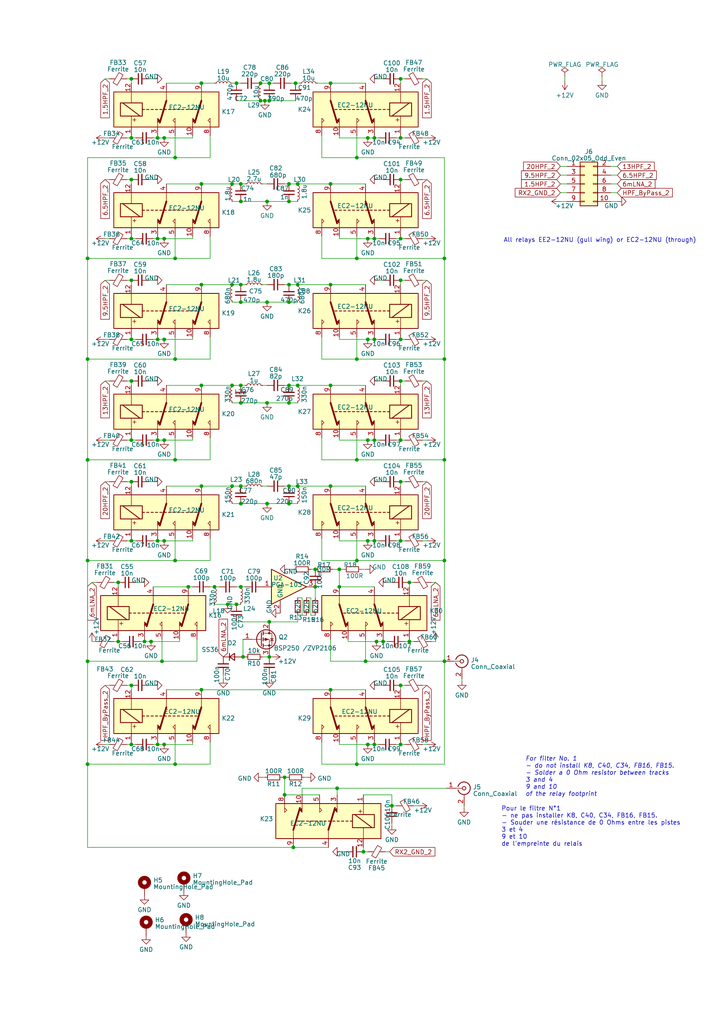
<source format=kicad_sch>
(kicad_sch (version 20230121) (generator eeschema)
  (paper "A4" portrait)
  (junction (at 69.85 87.63))
  (junction (at 103.505 45.72))
  (junction (at 83.82 82.55))
  (junction (at 82.55 225.425))
  (junction (at 45.72 69.215))
  (junction (at 38.1 139.7))
  (junction (at 118.745 168.91))
  (junction (at 69.85 111.76))
  (junction (at 108.585 69.215))
  (junction (at 83.82 140.97))
  (junction (at 83.82 53.34))
  (junction (at 58.42 200.025))
  (junction (at 95.885 200.025))
  (junction (at 38.1 81.28))
  (junction (at 106.68 127.635))
  (junction (at 50.8 133.35))
  (junction (at 98.425 165.1))
  (junction (at 45.72 127.635))
  (junction (at 128.905 162.56))
  (junction (at 108.585 215.9))
  (junction (at 95.885 82.55))
  (junction (at 67.31 53.34))
  (junction (at 83.82 146.05))
  (junction (at 91.44 170.18))
  (junction (at 77.47 116.84))
  (junction (at 38.1 98.425))
  (junction (at 83.82 58.42))
  (junction (at 38.1 22.86))
  (junction (at 106.68 98.425))
  (junction (at 62.23 170.18))
  (junction (at 95.885 24.13))
  (junction (at 83.82 87.63))
  (junction (at 43.815 186.055))
  (junction (at 25.4 191.77))
  (junction (at 38.1 156.845))
  (junction (at 45.72 156.845))
  (junction (at 58.42 82.55))
  (junction (at 128.905 191.77))
  (junction (at 106.68 69.215))
  (junction (at 116.205 69.215))
  (junction (at 45.72 215.9))
  (junction (at 41.91 186.055))
  (junction (at 70.485 190.5))
  (junction (at 69.85 146.05))
  (junction (at 47.625 156.845))
  (junction (at 116.205 139.7))
  (junction (at 103.505 221.615))
  (junction (at 46.99 191.77))
  (junction (at 25.4 221.615))
  (junction (at 38.1 215.9))
  (junction (at 47.625 98.425))
  (junction (at 58.42 111.76))
  (junction (at 116.205 52.07))
  (junction (at 103.505 74.93))
  (junction (at 68.58 24.13))
  (junction (at 108.585 156.845))
  (junction (at 77.47 87.63))
  (junction (at 78.105 29.21))
  (junction (at 78.105 180.34))
  (junction (at 25.4 104.14))
  (junction (at 116.205 110.49))
  (junction (at 25.4 74.93))
  (junction (at 85.09 245.745))
  (junction (at 69.85 82.55))
  (junction (at 109.22 186.055))
  (junction (at 116.205 81.28))
  (junction (at 83.82 116.84))
  (junction (at 105.41 247.015))
  (junction (at 25.4 133.35))
  (junction (at 103.505 162.56))
  (junction (at 68.58 175.26))
  (junction (at 116.205 156.845))
  (junction (at 95.885 140.97))
  (junction (at 47.625 69.215))
  (junction (at 69.85 58.42))
  (junction (at 78.105 24.13))
  (junction (at 47.625 215.9))
  (junction (at 116.205 127.635))
  (junction (at 111.125 186.055))
  (junction (at 54.61 170.18))
  (junction (at 97.79 228.6))
  (junction (at 106.68 40.005))
  (junction (at 95.885 53.34))
  (junction (at 50.8 45.72))
  (junction (at 38.1 69.215))
  (junction (at 116.205 198.755))
  (junction (at 47.625 40.005))
  (junction (at 116.205 215.9))
  (junction (at 58.42 140.97))
  (junction (at 86.36 111.76))
  (junction (at 106.045 191.77))
  (junction (at 69.85 116.84))
  (junction (at 38.1 198.755))
  (junction (at 38.1 52.07))
  (junction (at 50.8 162.56))
  (junction (at 25.4 162.56))
  (junction (at 47.625 127.635))
  (junction (at 75.565 29.21))
  (junction (at 106.68 215.9))
  (junction (at 50.8 221.615))
  (junction (at 66.04 175.26))
  (junction (at 34.29 168.91))
  (junction (at 95.885 111.76))
  (junction (at 67.31 140.97))
  (junction (at 128.905 133.35))
  (junction (at 86.36 140.97))
  (junction (at 58.42 53.34))
  (junction (at 116.205 98.425))
  (junction (at 82.55 230.505))
  (junction (at 128.905 104.14))
  (junction (at 83.82 111.76))
  (junction (at 116.205 22.86))
  (junction (at 45.72 40.005))
  (junction (at 45.72 98.425))
  (junction (at 38.1 127.635))
  (junction (at 91.44 165.1))
  (junction (at 67.31 111.76))
  (junction (at 69.85 53.34))
  (junction (at 76.835 29.21))
  (junction (at 38.1 40.005))
  (junction (at 128.905 74.93))
  (junction (at 67.31 82.55))
  (junction (at 98.425 170.18))
  (junction (at 108.585 98.425))
  (junction (at 69.85 140.97))
  (junction (at 69.85 170.18))
  (junction (at 77.47 146.05))
  (junction (at 103.505 104.14))
  (junction (at 86.36 82.55))
  (junction (at 86.36 53.34))
  (junction (at 78.105 190.5))
  (junction (at 106.68 156.845))
  (junction (at 108.585 40.005))
  (junction (at 85.725 24.13))
  (junction (at 113.665 233.68))
  (junction (at 108.585 127.635))
  (junction (at 38.1 110.49))
  (junction (at 75.565 24.13))
  (junction (at 103.505 133.35))
  (junction (at 34.29 186.055))
  (junction (at 50.8 74.93))
  (junction (at 77.47 58.42))
  (junction (at 58.42 24.13))
  (junction (at 116.205 40.005))
  (junction (at 50.8 104.14))
  (junction (at 118.745 186.055))
  (wire (pts (xy 106.68 98.425) (xy 98.425 98.425)))
  (wire (pts (xy 69.85 140.97) (xy 71.12 140.97)))
  (wire (pts (xy 128.905 45.72) (xy 128.905 74.93)))
  (wire (pts (xy 98.425 69.215) (xy 98.425 68.58)))
  (wire (pts (xy 128.905 74.93) (xy 128.905 104.14)))
  (wire (pts (xy 98.425 215.9) (xy 98.425 215.265)))
  (wire (pts (xy 74.93 24.13) (xy 75.565 24.13)))
  (wire (pts (xy 83.82 116.84) (xy 86.36 116.84)))
  (wire (pts (xy 87.63 230.505) (xy 87.63 228.6)))
  (wire (pts (xy 78.105 29.21) (xy 76.835 29.21)))
  (wire (pts (xy 25.4 133.35) (xy 50.8 133.35)))
  (wire (pts (xy 55.88 156.845) (xy 55.88 156.21)))
  (wire (pts (xy 78.105 29.21) (xy 85.725 29.21)))
  (wire (pts (xy 44.45 156.845) (xy 45.72 156.845)))
  (wire (pts (xy 87.63 173.355) (xy 86.36 173.355)))
  (wire (pts (xy 33.02 186.055) (xy 34.29 186.055)))
  (wire (pts (xy 85.09 245.745) (xy 95.25 245.745)))
  (wire (pts (xy 116.205 81.28) (xy 116.205 82.55)))
  (wire (pts (xy 30.48 69.215) (xy 31.75 69.215)))
  (wire (pts (xy 78.105 180.34) (xy 86.36 180.34)))
  (wire (pts (xy 66.04 175.26) (xy 68.58 175.26)))
  (wire (pts (xy 117.475 186.055) (xy 118.745 186.055)))
  (wire (pts (xy 116.205 22.86) (xy 116.205 24.13)))
  (wire (pts (xy 85.725 24.13) (xy 86.995 24.13)))
  (wire (pts (xy 41.91 185.42) (xy 41.91 186.055)))
  (wire (pts (xy 60.96 215.265) (xy 60.96 221.615)))
  (wire (pts (xy 48.26 53.34) (xy 58.42 53.34)))
  (wire (pts (xy 100.33 247.015) (xy 99.06 247.015)))
  (wire (pts (xy 86.36 53.34) (xy 95.885 53.34)))
  (wire (pts (xy 108.585 127) (xy 108.585 127.635)))
  (wire (pts (xy 114.935 98.425) (xy 116.205 98.425)))
  (wire (pts (xy 108.585 215.265) (xy 108.585 215.9)))
  (wire (pts (xy 50.8 221.615) (xy 60.96 221.615)))
  (wire (pts (xy 177.165 58.42) (xy 179.07 58.42)))
  (wire (pts (xy 83.82 82.55) (xy 86.36 82.55)))
  (wire (pts (xy 108.585 40.005) (xy 106.68 40.005)))
  (wire (pts (xy 113.03 247.015) (xy 111.76 247.015)))
  (wire (pts (xy 38.1 139.7) (xy 38.1 140.97)))
  (wire (pts (xy 67.31 58.42) (xy 69.85 58.42)))
  (wire (pts (xy 83.82 146.05) (xy 86.36 146.05)))
  (wire (pts (xy 69.85 111.76) (xy 71.12 111.76)))
  (wire (pts (xy 25.4 45.72) (xy 25.4 74.93)))
  (wire (pts (xy 95.885 185.42) (xy 95.885 191.77)))
  (wire (pts (xy 39.37 156.845) (xy 38.1 156.845)))
  (wire (pts (xy 36.83 110.49) (xy 38.1 110.49)))
  (wire (pts (xy 95.885 82.55) (xy 106.045 82.55)))
  (wire (pts (xy 108.585 97.79) (xy 108.585 98.425)))
  (wire (pts (xy 69.85 53.34) (xy 71.12 53.34)))
  (wire (pts (xy 163.83 22.225) (xy 163.83 23.495)))
  (wire (pts (xy 45.72 156.21) (xy 45.72 156.845)))
  (wire (pts (xy 39.37 127.635) (xy 38.1 127.635)))
  (wire (pts (xy 117.475 139.7) (xy 116.205 139.7)))
  (wire (pts (xy 36.83 156.845) (xy 38.1 156.845)))
  (wire (pts (xy 38.1 98.425) (xy 38.1 97.79)))
  (wire (pts (xy 79.375 24.13) (xy 78.105 24.13)))
  (wire (pts (xy 123.825 215.9) (xy 122.555 215.9)))
  (wire (pts (xy 113.665 168.91) (xy 112.395 168.91)))
  (wire (pts (xy 17.145 389.89) (xy 18.415 389.89)))
  (wire (pts (xy 50.8 45.72) (xy 60.96 45.72)))
  (wire (pts (xy 88.9 178.435) (xy 87.63 178.435)))
  (wire (pts (xy 50.8 68.58) (xy 50.8 74.93)))
  (wire (pts (xy 116.205 215.9) (xy 116.205 215.265)))
  (wire (pts (xy 116.205 98.425) (xy 116.205 97.79)))
  (wire (pts (xy 25.4 191.77) (xy 46.99 191.77)))
  (wire (pts (xy 117.475 52.07) (xy 116.205 52.07)))
  (wire (pts (xy 120.015 186.055) (xy 118.745 186.055)))
  (wire (pts (xy 117.475 81.28) (xy 116.205 81.28)))
  (wire (pts (xy 39.37 69.215) (xy 38.1 69.215)))
  (wire (pts (xy 111.125 81.28) (xy 109.855 81.28)))
  (wire (pts (xy 50.8 215.265) (xy 50.8 221.615)))
  (wire (pts (xy 26.67 168.91) (xy 27.94 168.91)))
  (wire (pts (xy 128.905 133.35) (xy 128.905 162.56)))
  (wire (pts (xy 44.45 40.005) (xy 45.72 40.005)))
  (wire (pts (xy 93.345 68.58) (xy 93.345 74.93)))
  (wire (pts (xy 105.41 230.505) (xy 113.665 230.505)))
  (wire (pts (xy 67.31 146.05) (xy 69.85 146.05)))
  (wire (pts (xy 48.26 111.76) (xy 58.42 111.76)))
  (wire (pts (xy 70.485 190.5) (xy 71.12 190.5)))
  (wire (pts (xy 116.205 139.7) (xy 116.205 140.97)))
  (wire (pts (xy 82.55 140.97) (xy 83.82 140.97)))
  (wire (pts (xy 88.265 225.425) (xy 88.9 225.425)))
  (wire (pts (xy 177.165 55.88) (xy 179.07 55.88)))
  (wire (pts (xy 38.1 52.07) (xy 38.1 53.34)))
  (wire (pts (xy 45.72 98.425) (xy 47.625 98.425)))
  (wire (pts (xy 128.905 104.14) (xy 103.505 104.14)))
  (wire (pts (xy 111.125 186.055) (xy 109.22 186.055)))
  (wire (pts (xy 76.2 140.97) (xy 77.47 140.97)))
  (wire (pts (xy 35.56 186.055) (xy 34.29 186.055)))
  (wire (pts (xy 111.125 185.42) (xy 111.125 186.055)))
  (wire (pts (xy 69.85 116.84) (xy 77.47 116.84)))
  (wire (pts (xy 43.18 22.86) (xy 44.45 22.86)))
  (wire (pts (xy 60.96 170.18) (xy 62.23 170.18)))
  (wire (pts (xy 38.1 156.845) (xy 38.1 156.21)))
  (wire (pts (xy 126.365 186.055) (xy 125.095 186.055)))
  (wire (pts (xy 44.45 215.9) (xy 45.72 215.9)))
  (wire (pts (xy 113.665 238.76) (xy 113.665 239.395)))
  (wire (pts (xy 36.83 198.755) (xy 38.1 198.755)))
  (wire (pts (xy 57.15 185.42) (xy 57.15 191.77)))
  (wire (pts (xy 116.205 198.755) (xy 116.205 200.025)))
  (wire (pts (xy 128.905 162.56) (xy 128.905 191.77)))
  (wire (pts (xy 103.505 104.14) (xy 93.345 104.14)))
  (wire (pts (xy 106.045 191.77) (xy 95.885 191.77)))
  (wire (pts (xy 103.505 162.56) (xy 93.345 162.56)))
  (wire (pts (xy 50.8 39.37) (xy 50.8 45.72)))
  (wire (pts (xy 43.18 81.28) (xy 44.45 81.28)))
  (wire (pts (xy 95.885 140.97) (xy 106.045 140.97)))
  (wire (pts (xy 103.505 68.58) (xy 103.505 74.93)))
  (wire (pts (xy 43.815 186.055) (xy 52.07 186.055)))
  (wire (pts (xy 68.58 175.26) (xy 69.85 175.26)))
  (wire (pts (xy 43.18 198.755) (xy 44.45 198.755)))
  (wire (pts (xy 36.83 69.215) (xy 38.1 69.215)))
  (wire (pts (xy 39.37 215.9) (xy 38.1 215.9)))
  (wire (pts (xy 123.825 22.86) (xy 122.555 22.86)))
  (wire (pts (xy 123.825 69.215) (xy 122.555 69.215)))
  (wire (pts (xy 82.55 111.76) (xy 83.82 111.76)))
  (wire (pts (xy 47.625 127.635) (xy 55.88 127.635)))
  (wire (pts (xy 118.745 186.055) (xy 118.745 185.42)))
  (wire (pts (xy 128.905 162.56) (xy 103.505 162.56)))
  (wire (pts (xy 82.55 53.34) (xy 83.82 53.34)))
  (wire (pts (xy 67.31 24.13) (xy 68.58 24.13)))
  (wire (pts (xy 30.48 110.49) (xy 31.75 110.49)))
  (wire (pts (xy 38.1 215.9) (xy 38.1 215.265)))
  (wire (pts (xy 47.625 215.9) (xy 55.88 215.9)))
  (wire (pts (xy 120.015 168.91) (xy 118.745 168.91)))
  (wire (pts (xy 123.825 81.28) (xy 122.555 81.28)))
  (wire (pts (xy 86.36 180.34) (xy 86.36 178.435)))
  (wire (pts (xy 25.4 133.35) (xy 25.4 162.56)))
  (wire (pts (xy 25.4 74.93) (xy 50.8 74.93)))
  (wire (pts (xy 82.55 230.505) (xy 92.71 230.505)))
  (wire (pts (xy 67.31 140.97) (xy 69.85 140.97)))
  (wire (pts (xy 87.63 178.435) (xy 87.63 173.355)))
  (wire (pts (xy 45.72 215.9) (xy 47.625 215.9)))
  (wire (pts (xy 45.72 39.37) (xy 45.72 40.005)))
  (wire (pts (xy 123.825 127.635) (xy 122.555 127.635)))
  (wire (pts (xy 96.52 165.1) (xy 98.425 165.1)))
  (wire (pts (xy 109.855 98.425) (xy 108.585 98.425)))
  (wire (pts (xy 47.625 40.005) (xy 55.88 40.005)))
  (wire (pts (xy 45.72 69.215) (xy 47.625 69.215)))
  (wire (pts (xy 36.83 98.425) (xy 38.1 98.425)))
  (wire (pts (xy 45.72 156.845) (xy 47.625 156.845)))
  (wire (pts (xy 83.82 87.63) (xy 86.36 87.63)))
  (wire (pts (xy 34.29 186.055) (xy 34.29 185.42)))
  (wire (pts (xy 123.825 139.7) (xy 122.555 139.7)))
  (wire (pts (xy 117.475 22.86) (xy 116.205 22.86)))
  (wire (pts (xy 30.48 22.86) (xy 31.75 22.86)))
  (wire (pts (xy 67.31 87.63) (xy 69.85 87.63)))
  (wire (pts (xy 36.83 127.635) (xy 38.1 127.635)))
  (wire (pts (xy 38.1 110.49) (xy 38.1 111.76)))
  (wire (pts (xy 30.48 215.9) (xy 31.75 215.9)))
  (wire (pts (xy 45.72 68.58) (xy 45.72 69.215)))
  (wire (pts (xy 78.105 24.13) (xy 75.565 24.13)))
  (wire (pts (xy 76.2 53.34) (xy 77.47 53.34)))
  (wire (pts (xy 76.835 29.21) (xy 75.565 29.21)))
  (wire (pts (xy 55.88 69.215) (xy 55.88 68.58)))
  (wire (pts (xy 111.125 52.07) (xy 109.855 52.07)))
  (wire (pts (xy 123.825 198.755) (xy 122.555 198.755)))
  (wire (pts (xy 30.48 52.07) (xy 31.75 52.07)))
  (wire (pts (xy 39.37 40.005) (xy 38.1 40.005)))
  (wire (pts (xy 108.585 215.9) (xy 106.68 215.9)))
  (wire (pts (xy 106.68 127.635) (xy 98.425 127.635)))
  (wire (pts (xy 109.855 127.635) (xy 108.585 127.635)))
  (wire (pts (xy 116.205 52.07) (xy 116.205 53.34)))
  (wire (pts (xy 95.885 24.13) (xy 106.045 24.13)))
  (wire (pts (xy 103.505 45.72) (xy 93.345 45.72)))
  (wire (pts (xy 116.205 127.635) (xy 116.205 127)))
  (wire (pts (xy 25.4 45.72) (xy 50.8 45.72)))
  (wire (pts (xy 123.825 156.845) (xy 122.555 156.845)))
  (wire (pts (xy 67.31 53.34) (xy 69.85 53.34)))
  (wire (pts (xy 103.505 97.79) (xy 103.505 104.14)))
  (wire (pts (xy 58.42 53.34) (xy 67.31 53.34)))
  (wire (pts (xy 48.26 140.97) (xy 58.42 140.97)))
  (wire (pts (xy 92.075 24.13) (xy 95.885 24.13)))
  (wire (pts (xy 45.72 127.635) (xy 47.625 127.635)))
  (wire (pts (xy 117.475 69.215) (xy 116.205 69.215)))
  (wire (pts (xy 133.985 196.85) (xy 133.985 197.485)))
  (wire (pts (xy 114.935 69.215) (xy 116.205 69.215)))
  (wire (pts (xy 103.505 133.35) (xy 93.345 133.35)))
  (wire (pts (xy 62.23 175.26) (xy 66.04 175.26)))
  (wire (pts (xy 128.905 104.14) (xy 128.905 133.35)))
  (wire (pts (xy 106.68 247.015) (xy 105.41 247.015)))
  (wire (pts (xy 97.79 228.6) (xy 129.54 228.6)))
  (wire (pts (xy 113.665 230.505) (xy 113.665 233.68)))
  (wire (pts (xy 60.96 97.79) (xy 60.96 104.14)))
  (wire (pts (xy 106.68 215.9) (xy 98.425 215.9)))
  (wire (pts (xy 50.8 133.35) (xy 60.96 133.35)))
  (wire (pts (xy 98.425 165.1) (xy 98.425 170.18)))
  (wire (pts (xy 39.37 98.425) (xy 38.1 98.425)))
  (wire (pts (xy 177.165 50.8) (xy 179.07 50.8)))
  (wire (pts (xy 86.36 111.76) (xy 95.885 111.76)))
  (wire (pts (xy 50.8 162.56) (xy 60.96 162.56)))
  (wire (pts (xy 81.915 225.425) (xy 82.55 225.425)))
  (wire (pts (xy 162.56 55.88) (xy 164.465 55.88)))
  (wire (pts (xy 25.4 245.745) (xy 85.09 245.745)))
  (wire (pts (xy 162.56 53.34) (xy 164.465 53.34)))
  (wire (pts (xy 64.77 195.58) (xy 64.77 196.85)))
  (wire (pts (xy 106.045 191.77) (xy 128.905 191.77)))
  (wire (pts (xy 103.505 215.265) (xy 103.505 221.615)))
  (wire (pts (xy 83.82 165.1) (xy 85.09 165.1)))
  (wire (pts (xy 30.48 40.005) (xy 31.75 40.005)))
  (wire (pts (xy 36.83 52.07) (xy 38.1 52.07)))
  (wire (pts (xy 174.625 22.225) (xy 174.625 23.495)))
  (wire (pts (xy 38.1 69.215) (xy 38.1 68.58)))
  (wire (pts (xy 93.345 215.265) (xy 93.345 221.615)))
  (wire (pts (xy 60.96 39.37) (xy 60.96 45.72)))
  (wire (pts (xy 67.31 111.76) (xy 69.85 111.76)))
  (wire (pts (xy 52.07 186.055) (xy 52.07 185.42)))
  (wire (pts (xy 68.58 170.18) (xy 69.85 170.18)))
  (wire (pts (xy 105.41 247.015) (xy 105.41 245.745)))
  (wire (pts (xy 97.79 228.6) (xy 97.79 230.505)))
  (wire (pts (xy 116.205 69.215) (xy 116.205 68.58)))
  (wire (pts (xy 77.47 146.05) (xy 83.82 146.05)))
  (wire (pts (xy 36.83 139.7) (xy 38.1 139.7)))
  (wire (pts (xy 38.1 81.28) (xy 38.1 82.55)))
  (wire (pts (xy 108.585 156.845) (xy 106.68 156.845)))
  (wire (pts (xy 67.31 82.55) (xy 69.85 82.55)))
  (wire (pts (xy 111.125 139.7) (xy 109.855 139.7)))
  (wire (pts (xy 91.44 170.18) (xy 91.44 173.355)))
  (wire (pts (xy 46.99 185.42) (xy 46.99 191.77)))
  (wire (pts (xy 95.885 53.34) (xy 106.045 53.34)))
  (wire (pts (xy 128.905 221.615) (xy 103.505 221.615)))
  (wire (pts (xy 82.55 82.55) (xy 83.82 82.55)))
  (wire (pts (xy 90.17 173.355) (xy 88.9 173.355)))
  (wire (pts (xy 76.2 82.55) (xy 77.47 82.55)))
  (wire (pts (xy 30.48 198.755) (xy 31.75 198.755)))
  (wire (pts (xy 45.72 127) (xy 45.72 127.635)))
  (wire (pts (xy 108.585 69.215) (xy 106.68 69.215)))
  (wire (pts (xy 67.31 116.84) (xy 69.85 116.84)))
  (wire (pts (xy 95.885 111.76) (xy 106.045 111.76)))
  (wire (pts (xy 68.58 29.21) (xy 75.565 29.21)))
  (wire (pts (xy 98.425 98.425) (xy 98.425 97.79)))
  (wire (pts (xy 76.2 190.5) (xy 78.105 190.5)))
  (wire (pts (xy 117.475 156.845) (xy 116.205 156.845)))
  (wire (pts (xy 34.29 168.91) (xy 34.29 170.18)))
  (wire (pts (xy 117.475 198.755) (xy 116.205 198.755)))
  (wire (pts (xy 103.505 39.37) (xy 103.505 45.72)))
  (wire (pts (xy 48.26 200.025) (xy 58.42 200.025)))
  (wire (pts (xy 100.965 186.055) (xy 100.965 185.42)))
  (wire (pts (xy 98.425 40.005) (xy 98.425 39.37)))
  (wire (pts (xy 106.68 156.845) (xy 98.425 156.845)))
  (wire (pts (xy 46.99 191.77) (xy 57.15 191.77)))
  (wire (pts (xy 41.91 186.055) (xy 43.815 186.055)))
  (wire (pts (xy 76.2 225.425) (xy 76.835 225.425)))
  (wire (pts (xy 47.625 156.845) (xy 55.88 156.845)))
  (wire (pts (xy 111.125 110.49) (xy 109.855 110.49)))
  (wire (pts (xy 69.85 190.5) (xy 70.485 190.5)))
  (wire (pts (xy 45.72 40.005) (xy 47.625 40.005)))
  (wire (pts (xy 43.18 139.7) (xy 44.45 139.7)))
  (wire (pts (xy 38.1 198.755) (xy 38.1 200.025)))
  (wire (pts (xy 106.68 69.215) (xy 98.425 69.215)))
  (wire (pts (xy 123.825 52.07) (xy 122.555 52.07)))
  (wire (pts (xy 36.83 215.9) (xy 38.1 215.9)))
  (wire (pts (xy 83.82 140.97) (xy 86.36 140.97)))
  (wire (pts (xy 77.47 58.42) (xy 83.82 58.42)))
  (wire (pts (xy 114.935 233.68) (xy 113.665 233.68)))
  (wire (pts (xy 90.17 165.1) (xy 91.44 165.1)))
  (wire (pts (xy 69.85 87.63) (xy 77.47 87.63)))
  (wire (pts (xy 82.55 225.425) (xy 83.185 225.425)))
  (wire (pts (xy 121.285 233.68) (xy 120.015 233.68)))
  (wire (pts (xy 109.22 186.055) (xy 100.965 186.055)))
  (wire (pts (xy 177.165 53.34) (xy 179.07 53.34)))
  (wire (pts (xy 93.345 127) (xy 93.345 133.35)))
  (wire (pts (xy 58.42 200.025) (xy 95.885 200.025)))
  (wire (pts (xy 108.585 98.425) (xy 106.68 98.425)))
  (wire (pts (xy 109.855 69.215) (xy 108.585 69.215)))
  (wire (pts (xy 55.88 40.005) (xy 55.88 39.37)))
  (wire (pts (xy 60.96 68.58) (xy 60.96 74.93)))
  (wire (pts (xy 60.96 127) (xy 60.96 133.35)))
  (wire (pts (xy 30.48 81.28) (xy 31.75 81.28)))
  (wire (pts (xy 47.625 98.425) (xy 55.88 98.425)))
  (wire (pts (xy 25.4 74.93) (xy 25.4 104.14)))
  (wire (pts (xy 109.855 156.845) (xy 108.585 156.845)))
  (wire (pts (xy 128.905 74.93) (xy 103.505 74.93)))
  (wire (pts (xy 44.45 98.425) (xy 45.72 98.425)))
  (wire (pts (xy 69.85 82.55) (xy 71.12 82.55)))
  (wire (pts (xy 45.72 97.79) (xy 45.72 98.425)))
  (wire (pts (xy 106.045 185.42) (xy 106.045 191.77)))
  (wire (pts (xy 103.505 156.21) (xy 103.505 162.56)))
  (wire (pts (xy 112.395 186.055) (xy 111.125 186.055)))
  (wire (pts (xy 162.56 58.42) (xy 164.465 58.42)))
  (wire (pts (xy 70.485 190.5) (xy 70.485 185.42)))
  (wire (pts (xy 25.4 162.56) (xy 25.4 191.77)))
  (wire (pts (xy 111.125 198.755) (xy 109.855 198.755)))
  (wire (pts (xy 109.855 215.9) (xy 108.585 215.9)))
  (wire (pts (xy 40.64 186.055) (xy 41.91 186.055)))
  (wire (pts (xy 85.725 24.13) (xy 84.455 24.13)))
  (wire (pts (xy 54.61 170.18) (xy 55.88 170.18)))
  (wire (pts (xy 83.82 53.34) (xy 86.36 53.34)))
  (wire (pts (xy 114.935 127.635) (xy 116.205 127.635)))
  (wire (pts (xy 118.745 168.91) (xy 118.745 170.18)))
  (wire (pts (xy 126.365 168.91) (xy 125.095 168.91)))
  (wire (pts (xy 50.8 74.93) (xy 60.96 74.93)))
  (wire (pts (xy 82.55 225.425) (xy 82.55 230.505)))
  (wire (pts (xy 25.4 104.14) (xy 25.4 133.35)))
  (wire (pts (xy 162.56 48.26) (xy 164.465 48.26)))
  (wire (pts (xy 68.58 180.34) (xy 78.105 180.34)))
  (wire (pts (xy 78.105 190.5) (xy 78.74 190.5)))
  (wire (pts (xy 43.18 110.49) (xy 44.45 110.49)))
  (wire (pts (xy 30.48 156.845) (xy 31.75 156.845)))
  (wire (pts (xy 44.45 69.215) (xy 45.72 69.215)))
  (wire (pts (xy 117.475 127.635) (xy 116.205 127.635)))
  (wire (pts (xy 114.935 40.005) (xy 116.205 40.005)))
  (wire (pts (xy 114.935 156.845) (xy 116.205 156.845)))
  (wire (pts (xy 58.42 111.76) (xy 67.31 111.76)))
  (wire (pts (xy 55.88 98.425) (xy 55.88 97.79)))
  (wire (pts (xy 86.36 140.97) (xy 95.885 140.97)))
  (wire (pts (xy 69.85 170.18) (xy 71.12 170.18)))
  (wire (pts (xy 162.56 50.8) (xy 164.465 50.8)))
  (wire (pts (xy 38.1 40.005) (xy 38.1 39.37)))
  (wire (pts (xy 45.72 215.265) (xy 45.72 215.9)))
  (wire (pts (xy 109.855 40.005) (xy 108.585 40.005)))
  (wire (pts (xy 103.505 221.615) (xy 93.345 221.615)))
  (wire (pts (xy 58.42 82.55) (xy 67.31 82.55)))
  (wire (pts (xy 111.125 22.86) (xy 109.855 22.86)))
  (wire (pts (xy 103.505 127) (xy 103.505 133.35)))
  (wire (pts (xy 39.37 168.91) (xy 40.64 168.91)))
  (wire (pts (xy 177.165 48.26) (xy 179.07 48.26)))
  (wire (pts (xy 69.85 146.05) (xy 77.47 146.05)))
  (wire (pts (xy 50.8 127) (xy 50.8 133.35)))
  (wire (pts (xy 43.18 52.07) (xy 44.45 52.07)))
  (wire (pts (xy 90.17 178.435) (xy 90.17 173.355)))
  (wire (pts (xy 47.625 69.215) (xy 55.88 69.215)))
  (wire (pts (xy 87.63 228.6) (xy 97.79 228.6)))
  (wire (pts (xy 93.345 97.79) (xy 93.345 104.14)))
  (wire (pts (xy 98.425 165.1) (xy 99.695 165.1)))
  (wire (pts (xy 128.905 133.35) (xy 103.505 133.35)))
  (wire (pts (xy 62.23 170.18) (xy 63.5 170.18)))
  (wire (pts (xy 25.4 221.615) (xy 50.8 221.615)))
  (wire (pts (xy 98.425 170.18) (xy 108.585 170.18)))
  (wire (pts (xy 134.62 233.68) (xy 134.62 234.315)))
  (wire (pts (xy 68.58 24.13) (xy 69.85 24.13)))
  (wire (pts (xy 106.68 40.005) (xy 98.425 40.005)))
  (wire (pts (xy 98.425 127.635) (xy 98.425 127)))
  (wire (pts (xy 25.4 191.77) (xy 25.4 221.615)))
  (wire (pts (xy 108.585 68.58) (xy 108.585 69.215)))
  (wire (pts (xy 86.36 82.55) (xy 95.885 82.55)))
  (wire (pts (xy 116.205 110.49) (xy 116.205 111.76)))
  (wire (pts (xy 58.42 140.97) (xy 67.31 140.97)))
  (wire (pts (xy 128.905 45.72) (xy 103.505 45.72)))
  (wire (pts (xy 44.45 127.635) (xy 45.72 127.635)))
  (wire (pts (xy 116.205 40.005) (xy 116.205 39.37)))
  (wire (pts (xy 55.88 127.635) (xy 55.88 127)))
  (wire (pts (xy 60.96 156.21) (xy 60.96 162.56)))
  (wire (pts (xy 108.585 39.37) (xy 108.585 40.005)))
  (wire (pts (xy 25.4 162.56) (xy 50.8 162.56)))
  (wire (pts (xy 117.475 215.9) (xy 116.205 215.9)))
  (wire (pts (xy 50.8 104.14) (xy 60.96 104.14)))
  (wire (pts (xy 36.83 22.86) (xy 38.1 22.86)))
  (wire (pts (xy 93.345 156.21) (xy 93.345 162.56)))
  (wire (pts (xy 48.26 82.55) (xy 58.42 82.55)))
  (wire (pts (xy 69.85 58.42) (xy 77.47 58.42)))
  (wire (pts (xy 77.47 87.63) (xy 83.82 87.63)))
  (wire (pts (xy 48.26 24.13) (xy 58.42 24.13)))
  (wire (pts (xy 98.425 156.845) (xy 98.425 156.21)))
  (wire (pts (xy 50.8 97.79) (xy 50.8 104.14)))
  (wire (pts (xy 128.905 191.77) (xy 128.905 221.615)))
  (wire (pts (xy 25.4 104.14) (xy 50.8 104.14)))
  (wire (pts (xy 55.88 215.9) (xy 55.88 215.265)))
  (wire (pts (xy 50.8 156.21) (xy 50.8 162.56)))
  (wire (pts (xy 117.475 110.49) (xy 116.205 110.49)))
  (wire (pts (xy 123.825 110.49) (xy 122.555 110.49)))
  (wire (pts (xy 117.475 98.425) (xy 116.205 98.425)))
  (wire (pts (xy 95.885 200.025) (xy 106.045 200.025)))
  (wire (pts (xy 123.825 40.005) (xy 122.555 40.005)))
  (wire (pts (xy 38.1 127.635) (xy 38.1 127)))
  (wire (pts (xy 123.825 98.425) (xy 122.555 98.425)))
  (wire (pts (xy 83.82 58.42) (xy 86.36 58.42)))
  (wire (pts (xy 26.67 186.055) (xy 27.94 186.055)))
  (wire (pts (xy 116.205 156.845) (xy 116.205 156.21)))
  (wire (pts (xy 108.585 156.21) (xy 108.585 156.845)))
  (wire (pts (xy 33.02 168.91) (xy 34.29 168.91)))
  (wire (pts (xy 30.48 139.7) (xy 31.75 139.7)))
  (wire (pts (xy 36.83 40.005) (xy 38.1 40.005)))
  (wire (pts (xy 103.505 74.93) (xy 93.345 74.93)))
  (wire (pts (xy 108.585 127.635) (xy 106.68 127.635)))
  (wire (pts (xy 76.2 111.76) (xy 77.47 111.76)))
  (wire (pts (xy 117.475 40.005) (xy 116.205 40.005)))
  (wire (pts (xy 30.48 98.425) (xy 31.75 98.425)))
  (wire (pts (xy 78.105 195.58) (xy 78.105 196.85)))
  (wire (pts (xy 30.48 127.635) (xy 31.75 127.635)))
  (wire (pts (xy 36.83 81.28) (xy 38.1 81.28)))
  (wire (pts (xy 38.1 22.86) (xy 38.1 24.13)))
  (wire (pts (xy 83.82 111.76) (xy 86.36 111.76)))
  (wire (pts (xy 58.42 24.13) (xy 62.23 24.13)))
  (wire (pts (xy 91.44 178.435) (xy 90.17 178.435)))
  (wire (pts (xy 104.775 165.1) (xy 106.045 165.1)))
  (wire (pts (xy 93.345 39.37) (xy 93.345 45.72)))
  (wire (pts (xy 25.4 221.615) (xy 25.4 245.745)))
  (wire (pts (xy 77.47 116.84) (xy 83.82 116.84)))
  (wire (pts (xy 44.45 170.18) (xy 54.61 170.18)))
  (wire (pts (xy 114.935 215.9) (xy 116.205 215.9)))
  (text "Pour le filtre N°1\n- ne pas installer K8, C40, C34, FB16, FB15. \n- Souder une résistance de 0 Ohms entre les pistes \n3 et 4\n9 et 10 \nde l'empreinte du relais\n\n" (at 145.415 247.65 0) (effects (font (size 1.27 1.27)) (justify left bottom)))
  (text "All relays EE2-12NU (gull wing) or EC2-12NU (through) " (at 146.05 70.485 0) (effects (font (size 1.27 1.27)) (justify left bottom)))
  (text "For filter No. 1\n- do not install K8, C40, C34, FB16, FB15. \n- Solder a 0 Ohm resistor between tracks \n3 and 4\n9 and 10 \nof the relay footprint" (at 152.4 231.14 0) (effects (font (size 1.27 1.27) italic) (justify left bottom)))
  (global_label "13HPF_2" (shape input) (at 123.825 110.49 270) (property "Intersheetrefs" "${INTERSHEET_REFS}" (effects hide)))
  (global_label "HPF_ByPass_2" (shape input) (at 123.825 198.755 270) (property "Intersheetrefs" "${INTERSHEET_REFS}" (effects hide)))
  (global_label "1.5HPF_2" (shape input) (at 162.56 53.34 180) (property "Intersheetrefs" "${INTERSHEET_REFS}" (effects hide)))
  (global_label "13HPF_2" (shape input) (at 30.48 110.49 270) (property "Intersheetrefs" "${INTERSHEET_REFS}" (effects hide)))
  (global_label "9.5HPF_2" (shape input) (at 123.825 81.28 270) (property "Intersheetrefs" "${INTERSHEET_REFS}" (effects hide)))
  (global_label "6.5HPF_2" (shape input) (at 179.07 50.8 0) (property "Intersheetrefs" "${INTERSHEET_REFS}" (effects hide)))
  (global_label "1.5HPF_2" (shape input) (at 123.825 22.86 270) (property "Intersheetrefs" "${INTERSHEET_REFS}" (effects hide)))
  (global_label "RX2_GND_2" (shape input) (at 113.03 247.015 0) (property "Intersheetrefs" "${INTERSHEET_REFS}" (effects hide)))
  (global_label "20HPF_2" (shape input) (at 30.48 139.7 270) (property "Intersheetrefs" "${INTERSHEET_REFS}" (effects hide)))
  (global_label "HPF_ByPass_2" (shape input) (at 179.07 55.88 0) (property "Intersheetrefs" "${INTERSHEET_REFS}" (effects hide)))
  (global_label "6mLNA_2" (shape input) (at 26.67 168.91 270) (property "Intersheetrefs" "${INTERSHEET_REFS}" (effects hide)))
  (global_label "6.5HPF_2" (shape input) (at 123.825 52.07 270) (property "Intersheetrefs" "${INTERSHEET_REFS}" (effects hide)))
  (global_label "6mLNA_2" (shape input) (at 126.365 168.91 270) (property "Intersheetrefs" "${INTERSHEET_REFS}" (effects hide)))
  (global_label "20HPF_2" (shape input) (at 162.56 48.26 180) (property "Intersheetrefs" "${INTERSHEET_REFS}" (effects hide)))
  (global_label "6mLNA_2" (shape input) (at 64.77 190.5 90) (property "Intersheetrefs" "${INTERSHEET_REFS}" (effects hide)))
  (global_label "9.5HPF_2" (shape input) (at 162.56 50.8 180) (property "Intersheetrefs" "${INTERSHEET_REFS}" (effects hide)))
  (global_label "6mLNA_2" (shape input) (at 179.07 53.34 0) (property "Intersheetrefs" "${INTERSHEET_REFS}" (effects hide)))
  (global_label "HPF_ByPass_2" (shape input) (at 30.48 198.755 270) (property "Intersheetrefs" "${INTERSHEET_REFS}" (effects hide)))
  (global_label "RX2_GND_2" (shape input) (at 162.56 55.88 180) (property "Intersheetrefs" "${INTERSHEET_REFS}" (effects hide)))
  (global_label "1.5HPF_2" (shape input) (at 30.48 22.86 270) (property "Intersheetrefs" "${INTERSHEET_REFS}" (effects hide)))
  (global_label "20HPF_2" (shape input) (at 123.825 139.7 270) (property "Intersheetrefs" "${INTERSHEET_REFS}" (effects hide)))
  (global_label "9.5HPF_2" (shape input) (at 30.48 81.28 270) (property "Intersheetrefs" "${INTERSHEET_REFS}" (effects hide)))
  (global_label "6.5HPF_2" (shape input) (at 30.48 52.07 270) (property "Intersheetrefs" "${INTERSHEET_REFS}" (effects hide)))
  (global_label "13HPF_2" (shape input) (at 179.07 48.26 0) (property "Intersheetrefs" "${INTERSHEET_REFS}" (effects hide)))
  (symbol (lib_id "power:+12V") (at 123.825 156.845 270) (mirror x) (unit 1)
    (property "Reference" "#PWR0122" (effects hide))
    (property "Value" "+12V" (at 122.555 158.115 90) (effects (justify left)))
  )
  (symbol (lib_id "Device:C_Small") (at 41.91 215.9 90) (unit 1)
    (property "Reference" "C68" (at 40.005 217.17 90))
    (property "Value" "10n" (at 44.45 217.17 90))
    (property "Footprint" "Capacitor_SMD:C_0805_2012Metric_Pad1.18x1.45mm_HandSolder" (effects hide))
  )
  (symbol (lib_id "Connector:Conn_Coaxial") (at 134.62 228.6 0) (unit 1)
    (property "Reference" "J5" (at 137.1601 228.2495 0) (effects (justify left)))
    (property "Value" "Conn_Coaxial" (at 137.1601 230.1705 0) (effects (justify left)))
    (property "Footprint" "SMA_PINS:SMA_PINS" (effects hide))
    (property "Datasheet" " ~" (effects hide))
  )
  (symbol (lib_id "Device:FerriteBead_Small") (at 122.555 168.91 270) (mirror x) (unit 1)
    (property "Reference" "FB59" (at 122.5931 164.1983 90))
    (property "Value" "Ferrite" (at 122.5931 166.1193 90))
    (property "Footprint" "Inductor_SMD:L_0805_2012Metric" (effects hide))
  )
  (symbol (lib_id "Relay:EC2-12NU") (at 48.26 90.17 0) (mirror x) (unit 1)
    (property "Reference" "K19" (at 64.262 90.8137 0) (effects (justify left)))
    (property "Value" "EC2-12NU" (at 48.895 89.535 0) (effects (justify left)))
    (property "Footprint" "Relay_THT:Relay_DPDT_Kemet_EC2" (effects hide))
    (property "Datasheet" "https://content.kemet.com/datasheets/KEM_R7002_EC2_EE2.pdf" (effects hide))
  )
  (symbol (lib_id "Device:L_Small") (at 73.66 53.34 90) (unit 1)
    (property "Reference" "L25" (at 73.66 49.9513 90))
    (property "Value" "2.7u" (at 73.66 51.8723 90))
    (property "Footprint" "Inductor_SMD:L_1812_4532Metric_Pad1.30x3.40mm_HandSolder" (effects hide))
  )
  (symbol (lib_id "Device:C_Small") (at 83.82 114.3 180) (unit 1)
    (property "Reference" "C89" (at 81.28 113.03 0) (effects (justify right)))
    (property "Value" "270p" (at 80.01 115.57 0) (effects (justify right)))
    (property "Footprint" "Capacitor_SMD:C_0805_2012Metric_Pad1.18x1.45mm_HandSolder" (effects hide))
  )
  (symbol (lib_id "power:GND") (at 109.855 81.28 270) (mirror x) (unit 1)
    (property "Reference" "#PWR0111" (effects hide))
    (property "Value" "GND" (at 112.395 80.645 90) (effects (justify right)))
  )
  (symbol (lib_id "power:+12V") (at 121.285 233.68 270) (mirror x) (unit 1)
    (property "Reference" "#PWR0117" (effects hide))
    (property "Value" "+12V" (at 120.015 234.95 90) (effects (justify left)))
  )
  (symbol (lib_id "power:+12V") (at 30.48 215.9 90) (unit 1)
    (property "Reference" "#PWR072" (effects hide))
    (property "Value" "+12V" (at 31.75 217.17 90) (effects (justify left)))
  )
  (symbol (lib_id "power:+12V") (at 30.48 40.005 90) (unit 1)
    (property "Reference" "#PWR067" (effects hide))
    (property "Value" "+12V" (at 31.75 41.275 90) (effects (justify left)))
  )
  (symbol (lib_id "Device:C_Small") (at 40.64 22.86 90) (unit 1)
    (property "Reference" "C57" (at 40.6463 18.288 90))
    (property "Value" "10n" (at 40.6463 20.209 90))
    (property "Footprint" "Capacitor_SMD:C_0805_2012Metric_Pad1.18x1.45mm_HandSolder" (effects hide))
  )
  (symbol (lib_id "Device:C_Small") (at 40.64 52.07 90) (unit 1)
    (property "Reference" "C58" (at 40.6463 47.498 90))
    (property "Value" "10n" (at 40.6463 49.419 90))
    (property "Footprint" "Capacitor_SMD:C_0805_2012Metric_Pad1.18x1.45mm_HandSolder" (effects hide))
  )
  (symbol (lib_id "power:PWR_FLAG") (at 163.83 22.225 0) (unit 1)
    (property "Reference" "#FLG03" (effects hide))
    (property "Value" "PWR_FLAG" (at 163.83 18.7231 0))
  )
  (symbol (lib_id "power:GND") (at 47.625 156.845 0) (unit 1)
    (property "Reference" "#PWR085" (effects hide))
    (property "Value" "GND" (at 47.625 160.9805 0))
  )
  (symbol (lib_id "Device:C_Small") (at 85.725 26.67 0) (unit 1)
    (property "Reference" "C91" (at 86.36 25.4 0) (effects (justify left)))
    (property "Value" "470p" (at 85.725 28.575 0) (effects (justify left)))
    (property "Footprint" "Capacitor_SMD:C_0805_2012Metric_Pad1.18x1.45mm_HandSolder" (effects hide))
  )
  (symbol (lib_id "power:GND") (at 174.625 23.495 0) (unit 1)
    (property "Reference" "#PWR0129" (effects hide))
    (property "Value" "GND" (at 174.625 27.6305 0))
  )
  (symbol (lib_id "Device:C_Small") (at 69.85 143.51 0) (unit 1)
    (property "Reference" "C77" (at 69.215 142.24 0) (effects (justify left)))
    (property "Value" "220p" (at 69.85 145.415 0) (effects (justify left)))
    (property "Footprint" "Capacitor_SMD:C_0805_2012Metric_Pad1.18x1.45mm_HandSolder" (effects hide))
  )
  (symbol (lib_id "Device:L_Small") (at 62.23 172.72 0) (unit 1)
    (property "Reference" "L18" (at 61.595 177.165 0) (effects (justify left)))
    (property "Value" "330n" (at 61.595 175.895 90) (effects (justify left)))
    (property "Footprint" "Inductor_SMD:L_1812_4532Metric_Pad1.30x3.40mm_HandSolder" (effects hide))
  )
  (symbol (lib_id "power:GND") (at 47.625 69.215 0) (unit 1)
    (property "Reference" "#PWR082" (effects hide))
    (property "Value" "GND" (at 47.625 73.3505 0))
  )
  (symbol (lib_id "power:GND") (at 47.625 215.9 0) (unit 1)
    (property "Reference" "#PWR086" (effects hide))
    (property "Value" "GND" (at 47.625 220.0355 0))
  )
  (symbol (lib_id "power:GND") (at 76.2 225.425 270) (mirror x) (unit 1)
    (property "Reference" "#PWR089" (effects hide))
    (property "Value" "GND" (at 73.0251 225.7418 90) (effects (justify right)))
  )
  (symbol (lib_id "Device:FerriteBead_Small") (at 120.015 52.07 270) (mirror x) (unit 1)
    (property "Reference" "FB49" (at 120.0531 47.3583 90))
    (property "Value" "Ferrite" (at 120.0531 49.2793 90))
    (property "Footprint" "Inductor_SMD:L_0805_2012Metric" (effects hide))
  )
  (symbol (lib_id "Device:L_Small") (at 73.66 140.97 90) (unit 1)
    (property "Reference" "L28" (at 73.66 137.5813 90))
    (property "Value" "680n" (at 73.66 139.5023 90))
    (property "Footprint" "Inductor_SMD:L_1812_4532Metric_Pad1.30x3.40mm_HandSolder" (effects hide))
  )
  (symbol (lib_id "Device:FerriteBead_Small") (at 34.29 81.28 90) (unit 1)
    (property "Reference" "FB37" (at 34.2519 76.5683 90))
    (property "Value" "Ferrite" (at 34.2519 78.4893 90))
    (property "Footprint" "Inductor_SMD:L_0805_2012Metric" (effects hide))
  )
  (symbol (lib_id "Device:L_Small") (at 73.66 82.55 90) (unit 1)
    (property "Reference" "L26" (at 73.66 79.1613 90))
    (property "Value" "1.8u" (at 73.66 81.0823 90))
    (property "Footprint" "Inductor_SMD:L_1812_4532Metric_Pad1.30x3.40mm_HandSolder" (effects hide))
  )
  (symbol (lib_id "Mechanical:MountingHole_Pad") (at 41.91 257.175 0) (unit 1)
    (property "Reference" "H5" (at 44.45 255.2613 0) (effects (justify left)))
    (property "Value" "MountingHole_Pad" (at 44.45 257.1823 0) (effects (justify left)))
    (property "Footprint" "MountingHole:MountingHole_3.2mm_M3_ISO14580_Pad" (effects hide))
  )
  (symbol (lib_id "power:GND") (at 78.105 196.85 0) (mirror y) (unit 1)
    (property "Reference" "#PWR095" (effects hide))
    (property "Value" "GND" (at 78.105 200.9855 0))
  )
  (symbol (lib_id "Device:R_Small") (at 85.725 225.425 270) (unit 1)
    (property "Reference" "R12" (at 85.725 227.33 90))
    (property "Value" "100R" (at 85.725 223.5995 90))
    (property "Footprint" "Resistor_SMD:R_0805_2012Metric_Pad1.20x1.40mm_HandSolder" (effects hide))
  )
  (symbol (lib_id "Device:L_Small") (at 86.36 143.51 0) (unit 1)
    (property "Reference" "L33" (at 85.725 139.7 0) (effects (justify left)))
    (property "Value" "150n" (at 88.265 146.05 90) (effects (justify left)))
    (property "Footprint" "Inductor_SMD:L_1812_4532Metric_Pad1.30x3.40mm_HandSolder" (effects hide))
  )
  (symbol (lib_id "Device:FerriteBead_Small") (at 34.29 139.7 90) (unit 1)
    (property "Reference" "FB41" (at 34.2519 134.9883 90))
    (property "Value" "Ferrite" (at 34.2519 136.9093 90))
    (property "Footprint" "Inductor_SMD:L_0805_2012Metric" (effects hide))
  )
  (symbol (lib_id "Device:R_Small") (at 79.375 225.425 270) (unit 1)
    (property "Reference" "R11" (at 79.375 227.33 90))
    (property "Value" "100R" (at 79.375 223.5995 90))
    (property "Footprint" "Resistor_SMD:R_0805_2012Metric_Pad1.20x1.40mm_HandSolder" (effects hide))
  )
  (symbol (lib_id "Relay:EC2-12NU") (at 48.26 31.75 0) (mirror x) (unit 1)
    (property "Reference" "K17" (at 64.262 32.3937 0) (effects (justify left)))
    (property "Value" "EC2-12NU" (at 48.895 31.115 0) (effects (justify left)))
    (property "Footprint" "Relay_THT:Relay_DPDT_Kemet_EC2" (effects hide))
    (property "Datasheet" "https://content.kemet.com/datasheets/KEM_R7002_EC2_EE2.pdf" (effects hide))
  )
  (symbol (lib_id "power:GND") (at 44.45 52.07 90) (unit 1)
    (property "Reference" "#PWR076" (effects hide))
    (property "Value" "GND" (at 41.91 51.435 90) (effects (justify right)))
  )
  (symbol (lib_id "power:GND") (at 77.47 58.42 0) (unit 1)
    (property "Reference" "#PWR091" (effects hide))
    (property "Value" "GND" (at 77.47 62.5555 0))
  )
  (symbol (lib_id "power:GND") (at 133.985 197.485 0) (mirror y) (unit 1)
    (property "Reference" "#PWR0125" (effects hide))
    (property "Value" "GND" (at 133.985 201.6205 0))
  )
  (symbol (lib_id "Device:FerriteBead_Small") (at 34.29 22.86 90) (unit 1)
    (property "Reference" "FB33" (at 34.2519 18.1483 90))
    (property "Value" "Ferrite" (at 34.2519 20.0693 90))
    (property "Footprint" "Inductor_SMD:L_0805_2012Metric" (effects hide))
  )
  (symbol (lib_id "Device:C_Small") (at 80.01 140.97 270) (unit 1)
    (property "Reference" "C85" (at 80.0036 136.398 90))
    (property "Value" "47p" (at 80.0036 138.319 90))
    (property "Footprint" "Capacitor_SMD:C_0805_2012Metric_Pad1.18x1.45mm_HandSolder" (effects hide))
  )
  (symbol (lib_id "Device:R_Small") (at 87.63 165.1 270) (unit 1)
    (property "Reference" "R14" (at 87.63 161.3535 90))
    (property "Value" "100R" (at 87.63 163.2745 90))
    (property "Footprint" "Resistor_SMD:R_0805_2012Metric_Pad1.20x1.40mm_HandSolder" (effects hide))
  )
  (symbol (lib_id "power:GND") (at 40.64 168.91 90) (unit 1)
    (property "Reference" "#PWR073" (effects hide))
    (property "Value" "GND" (at 38.1 168.275 90) (effects (justify right)))
  )
  (symbol (lib_id "Device:C_Small") (at 83.82 85.09 180) (unit 1)
    (property "Reference" "C88" (at 86.1441 84.4399 0) (effects (justify right)))
    (property "Value" "470p" (at 81.28 86.995 0) (effects (justify right)))
    (property "Footprint" "Capacitor_SMD:C_0805_2012Metric_Pad1.18x1.45mm_HandSolder" (effects hide))
  )
  (symbol (lib_id "power:+12V") (at 78.74 190.5 270) (unit 1)
    (property "Reference" "#PWR096" (effects hide))
    (property "Value" "+12V" (at 80.645 191.77 90) (effects (justify left)))
  )
  (symbol (lib_id "Device:C_Small") (at 69.85 85.09 0) (unit 1)
    (property "Reference" "C75" (at 72.1741 84.4526 0) (effects (justify left)))
    (property "Value" "470p" (at 70.485 86.995 0) (effects (justify left)))
    (property "Footprint" "Capacitor_SMD:C_0805_2012Metric_Pad1.18x1.45mm_HandSolder" (effects hide))
  )
  (symbol (lib_id "power:+12V") (at 30.48 69.215 90) (unit 1)
    (property "Reference" "#PWR068" (effects hide))
    (property "Value" "+12V" (at 31.75 70.485 90) (effects (justify left)))
  )
  (symbol (lib_id "Relay:EC2-12NU") (at 48.26 148.59 0) (mirror x) (unit 1)
    (property "Reference" "K21" (at 64.262 149.2337 0) (effects (justify left)))
    (property "Value" "EC2-12NU" (at 48.895 147.955 0) (effects (justify left)))
    (property "Footprint" "Relay_THT:Relay_DPDT_Kemet_EC2" (effects hide))
    (property "Datasheet" "https://content.kemet.com/datasheets/KEM_R7002_EC2_EE2.pdf" (effects hide))
  )
  (symbol (lib_id "power:GND") (at 77.47 146.05 0) (unit 1)
    (property "Reference" "#PWR094" (effects hide))
    (property "Value" "GND" (at 77.47 150.1855 0))
  )
  (symbol (lib_id "power:GND") (at 109.855 198.755 270) (mirror x) (unit 1)
    (property "Reference" "#PWR0114" (effects hide))
    (property "Value" "GND" (at 112.395 198.12 90) (effects (justify right)))
  )
  (symbol (lib_id "Device:FerriteBead_Small") (at 30.48 168.91 90) (unit 1)
    (property "Reference" "FB31" (at 30.4419 164.1983 90))
    (property "Value" "Ferrite" (at 30.4419 166.1193 90))
    (property "Footprint" "Inductor_SMD:L_0805_2012Metric" (effects hide))
  )
  (symbol (lib_id "Mechanical:MountingHole_Pad") (at 42.3899 268.706 0) (unit 1)
    (property "Reference" "H6" (at 44.9299 266.7923 0) (effects (justify left)))
    (property "Value" "MountingHole_Pad" (at 44.9299 268.7133 0) (effects (justify left)))
    (property "Footprint" "MountingHole:MountingHole_3.2mm_M3_ISO14580_Pad" (effects hide))
  )
  (symbol (lib_id "Device:L_Small") (at 89.535 24.13 270) (mirror x) (unit 1)
    (property "Reference" "L34" (at 89.535 20.7413 90))
    (property "Value" "10u" (at 89.535 22.6623 90))
    (property "Footprint" "Inductor_SMD:L_1812_4532Metric_Pad1.30x3.40mm_HandSolder" (effects hide))
  )
  (symbol (lib_id "power:GND") (at 43.815 186.055 0) (unit 1)
    (property "Reference" "#PWR074" (effects hide))
    (property "Value" "GND" (at 43.815 190.1905 0))
  )
  (symbol (lib_id "power:+12V") (at 30.48 98.425 90) (unit 1)
    (property "Reference" "#PWR069" (effects hide))
    (property "Value" "+12V" (at 31.75 99.695 90) (effects (justify left)))
  )
  (symbol (lib_id "power:+12V") (at 123.825 127.635 270) (mirror x) (unit 1)
    (property "Reference" "#PWR0121" (effects hide))
    (property "Value" "+12V" (at 122.555 128.905 90) (effects (justify left)))
  )
  (symbol (lib_id "Device:FerriteBead_Small") (at 34.29 40.005 90) (unit 1)
    (property "Reference" "FB34" (at 32.385 38.735 90))
    (property "Value" "Ferrite" (at 35.56 42.545 90))
    (property "Footprint" "Inductor_SMD:L_0805_2012Metric" (effects hide))
  )
  (symbol (lib_id "Relay:EC2-12NU") (at 48.26 119.38 0) (mirror x) (unit 1)
    (property "Reference" "K20" (at 64.262 120.0237 0) (effects (justify left)))
    (property "Value" "EC2-12NU" (at 48.895 118.745 0) (effects (justify left)))
    (property "Footprint" "Relay_THT:Relay_DPDT_Kemet_EC2" (effects hide))
    (property "Datasheet" "https://content.kemet.com/datasheets/KEM_R7002_EC2_EE2.pdf" (effects hide))
  )
  (symbol (lib_id "Device:C_Small") (at 58.42 170.18 270) (unit 1)
    (property "Reference" "C69" (at 58.4136 165.608 90))
    (property "Value" "100p" (at 58.4136 167.529 90))
    (property "Footprint" "Capacitor_SMD:C_0805_2012Metric_Pad1.18x1.45mm_HandSolder" (effects hide))
  )
  (symbol (lib_id "Relay:EC2-12NU") (at 106.045 60.96 180) (unit 1)
    (property "Reference" "K25" (at 86.36 60.96 0) (effects (justify right)))
    (property "Value" "EC2-12NU" (at 97.79 59.69 0) (effects (justify right)))
    (property "Footprint" "Relay_THT:Relay_DPDT_Kemet_EC2" (effects hide))
    (property "Datasheet" "https://content.kemet.com/datasheets/KEM_R7002_EC2_EE2.pdf" (effects hide))
  )
  (symbol (lib_id "power:GND") (at 64.77 196.85 0) (mirror y) (unit 1)
    (property "Reference" "#PWR087" (effects hide))
    (property "Value" "GND" (at 64.77 200.9855 0))
  )
  (symbol (lib_id "Device:C_Small") (at 81.915 24.13 90) (unit 1)
    (property "Reference" "C86" (at 81.9213 19.558 90))
    (property "Value" "220p" (at 81.9213 21.479 90))
    (property "Footprint" "Capacitor_SMD:C_0805_2012Metric_Pad1.18x1.45mm_HandSolder" (effects hide))
  )
  (symbol (lib_id "Device:C_Small") (at 41.91 156.845 90) (unit 1)
    (property "Reference" "C67" (at 40.005 158.115 90))
    (property "Value" "10n" (at 44.45 158.115 90))
    (property "Footprint" "Capacitor_SMD:C_0805_2012Metric_Pad1.18x1.45mm_HandSolder" (effects hide))
  )
  (symbol (lib_id "Device:R_Small") (at 91.44 175.895 180) (unit 1)
    (property "Reference" "R16" (at 90.17 179.705 0) (effects (justify right)))
    (property "Value" "62R" (at 91.44 177.8 90) (effects (justify right)))
    (property "Footprint" "Resistor_SMD:R_0805_2012Metric_Pad1.20x1.40mm_HandSolder" (effects hide))
  )
  (symbol (lib_id "Device:L_Small") (at 64.77 24.13 270) (mirror x) (unit 1)
    (property "Reference" "L19" (at 64.77 20.7413 90))
    (property "Value" "10u" (at 64.77 22.6623 90))
    (property "Footprint" "Inductor_SMD:L_1812_4532Metric_Pad1.30x3.40mm_HandSolder" (effects hide))
  )
  (symbol (lib_id "Device:L_Small") (at 73.66 111.76 90) (unit 1)
    (property "Reference" "L27" (at 73.66 108.3713 90))
    (property "Value" "1u" (at 73.66 110.2923 90))
    (property "Footprint" "Inductor_SMD:L_1812_4532Metric_Pad1.30x3.40mm_HandSolder" (effects hide))
  )
  (symbol (lib_id "power:GND") (at 134.62 234.315 0) (mirror y) (unit 1)
    (property "Reference" "#PWR0126" (effects hide))
    (property "Value" "GND" (at 134.62 238.4505 0))
  )
  (symbol (lib_id "power:GND") (at 113.665 239.395 0) (unit 1)
    (property "Reference" "#PWR0116" (effects hide))
    (property "Value" "GND" (at 113.665 243.5305 0))
  )
  (symbol (lib_id "Device:FerriteBead_Small") (at 109.22 247.015 270) (unit 1)
    (property "Reference" "FB45" (at 109.2581 251.7267 90))
    (property "Value" "Ferrite" (at 109.2581 249.8057 90))
    (property "Footprint" "Inductor_SMD:L_0805_2012Metric" (effects hide))
  )
  (symbol (lib_id "power:GND") (at 42.3899 271.246 0) (unit 1)
    (property "Reference" "#PWR0136" (effects hide))
    (property "Value" "GND" (at 42.3899 275.3815 0))
  )
  (symbol (lib_id "Device:C_Small") (at 78.105 26.67 0) (mirror x) (unit 1)
    (property "Reference" "C80" (at 79.375 22.86 0) (effects (justify right)))
    (property "Value" "390p" (at 82.55 28.575 0) (effects (justify right)))
    (property "Footprint" "Capacitor_SMD:C_0805_2012Metric_Pad1.18x1.45mm_HandSolder" (effects hide))
  )
  (symbol (lib_id "Device:L_Small") (at 67.31 143.51 180) (unit 1)
    (property "Reference" "L23" (at 66.675 139.065 0) (effects (justify right)))
    (property "Value" "150n" (at 66.04 146.05 90) (effects (justify right)))
    (property "Footprint" "Inductor_SMD:L_1812_4532Metric_Pad1.30x3.40mm_HandSolder" (effects hide))
  )
  (symbol (lib_id "Device:C_Small") (at 83.82 143.51 180) (unit 1)
    (property "Reference" "C90" (at 81.915 142.24 0) (effects (justify right)))
    (property "Value" "220p" (at 80.01 145.415 0) (effects (justify right)))
    (property "Footprint" "Capacitor_SMD:C_0805_2012Metric_Pad1.18x1.45mm_HandSolder" (effects hide))
  )
  (symbol (lib_id "power:GND") (at 179.07 58.42 90) (mirror x) (unit 1)
    (property "Reference" "#PWR0130" (effects hide))
    (property "Value" "GND" (at 175.26 59.69 90) (effects (justify right)))
  )
  (symbol (lib_id "Device:C_Small") (at 91.44 167.64 0) (unit 1)
    (property "Reference" "C92" (at 88.9 167.64 90))
    (property "Value" "100n" (at 92.71 168.275 90))
    (property "Footprint" "Capacitor_SMD:C_0805_2012Metric_Pad1.18x1.45mm_HandSolder" (effects hide))
  )
  (symbol (lib_id "power:GND") (at 44.45 110.49 90) (unit 1)
    (property "Reference" "#PWR078" (effects hide))
    (property "Value" "GND" (at 41.91 109.855 90) (effects (justify right)))
  )
  (symbol (lib_id "Device:C_Small") (at 40.64 110.49 90) (unit 1)
    (property "Reference" "C60" (at 40.6463 105.918 90))
    (property "Value" "10n" (at 40.6463 107.839 90))
    (property "Footprint" "Capacitor_SMD:C_0805_2012Metric_Pad1.18x1.45mm_HandSolder" (effects hide))
  )
  (symbol (lib_id "Device:L_Small") (at 67.31 114.3 180) (unit 1)
    (property "Reference" "L22" (at 67.945 113.6563 0) (effects (justify right)))
    (property "Value" "330n" (at 66.04 116.84 90) (effects (justify right)))
    (property "Footprint" "Inductor_SMD:L_1812_4532Metric_Pad1.30x3.40mm_HandSolder" (effects hide))
  )
  (symbol (lib_id "power:+12V") (at 162.56 58.42 90) (mirror x) (unit 1)
    (property "Reference" "#PWR0127" (effects hide))
    (property "Value" "+12V" (at 166.37 59.69 90) (effects (justify left)))
  )
  (symbol (lib_id "Device:C_Small") (at 113.665 110.49 270) (mirror x) (unit 1)
    (property "Reference" "C103" (at 113.6587 105.918 90))
    (property "Value" "10n" (at 113.6587 107.839 90))
    (property "Footprint" "Capacitor_SMD:C_0805_2012Metric_Pad1.18x1.45mm_HandSolder" (effects hide))
  )
  (symbol (lib_id "Device:R_Small") (at 93.98 165.1 270) (unit 1)
    (property "Reference" "R17" (at 93.98 163.83 90))
    (property "Value" "30R" (at 93.98 165.1 90))
    (property "Footprint" "Resistor_SMD:R_0805_2012Metric_Pad1.20x1.40mm_HandSolder" (effects hide))
  )
  (symbol (lib_id "Device:L_Small") (at 86.36 85.09 0) (unit 1)
    (property "Reference" "L31" (at 85.09 81.28 0) (effects (justify left)))
    (property "Value" "680n" (at 87.63 88.265 90) (effects (justify left)))
    (property "Footprint" "Inductor_SMD:L_1812_4532Metric_Pad1.30x3.40mm_HandSolder" (effects hide))
  )
  (symbol (lib_id "power:GND") (at 106.68 69.215 0) (mirror y) (unit 1)
    (property "Reference" "#PWR0103" (effects hide))
    (property "Value" "GND" (at 106.68 73.3505 0))
  )
  (symbol (lib_id "Device:L_Small") (at 69.85 172.72 0) (unit 1)
    (property "Reference" "L24" (at 70.485 176.53 0) (effects (justify left)))
    (property "Value" "330n" (at 71.755 175.26 90) (effects (justify left)))
    (property "Footprint" "Inductor_SMD:L_1812_4532Metric_Pad1.30x3.40mm_HandSolder" (effects hide))
  )
  (symbol (lib_id "power:+12V") (at 123.825 40.005 270) (mirror x) (unit 1)
    (property "Reference" "#PWR0118" (effects hide))
    (property "Value" "+12V" (at 122.555 41.275 90) (effects (justify left)))
  )
  (symbol (lib_id "Relay:EC2-12NU") (at 106.045 90.17 180) (unit 1)
    (property "Reference" "K26" (at 86.36 90.17 0) (effects (justify right)))
    (property "Value" "EC2-12NU" (at 97.79 88.9 0) (effects (justify right)))
    (property "Footprint" "Relay_THT:Relay_DPDT_Kemet_EC2" (effects hide))
    (property "Datasheet" "https://content.kemet.com/datasheets/KEM_R7002_EC2_EE2.pdf" (effects hide))
  )
  (symbol (lib_id "power:GND") (at 44.45 22.86 90) (unit 1)
    (property "Reference" "#PWR075" (effects hide))
    (property "Value" "GND" (at 41.91 22.225 90) (effects (justify right)))
  )
  (symbol (lib_id "power:GND") (at 77.47 116.84 0) (unit 1)
    (property "Reference" "#PWR093" (effects hide))
    (property "Value" "GND" (at 77.47 120.9755 0))
  )
  (symbol (lib_id "Device:FerriteBead_Small") (at 120.015 127.635 270) (mirror x) (unit 1)
    (property "Reference" "FB54" (at 121.92 126.365 90))
    (property "Value" "Ferrite" (at 118.745 130.175 90))
    (property "Footprint" "Inductor_SMD:L_0805_2012Metric" (effects hide))
  )
  (symbol (lib_id "power:GND") (at 41.91 259.715 0) (unit 1)
    (property "Reference" "#PWR0135" (effects hide))
    (property "Value" "GND" (at 41.91 263.8505 0))
  )
  (symbol (lib_id "power:GND") (at 76.835 29.21 0) (mirror y) (unit 1)
    (property "Reference" "#PWR090" (effects hide))
    (property "Value" "GND" (at 76.835 33.3455 0))
  )
  (symbol (lib_id "Device:FerriteBead_Small") (at 117.475 233.68 270) (mirror x) (unit 1)
    (property "Reference" "FB46" (at 119.38 232.41 90))
    (property "Value" "Ferrite" (at 116.205 236.22 90))
    (property "Footprint" "Inductor_SMD:L_0805_2012Metric" (effects hide))
  )
  (symbol (lib_id "Device:FerriteBead_Small") (at 34.29 127.635 90) (unit 1)
    (property "Reference" "FB40" (at 32.385 126.365 90))
    (property "Value" "Ferrite" (at 35.56 130.175 90))
    (property "Footprint" "Inductor_SMD:L_0805_2012Metric" (effects hide))
  )
  (symbol (lib_id "Relay:EC2-12NU") (at 48.26 60.96 0) (mirror x) (unit 1)
    (property "Reference" "K18" (at 64.262 61.6037 0) (effects (justify left)))
    (property "Value" "EC2-12NU" (at 48.895 60.325 0) (effects (justify left)))
    (property "Footprint" "Relay_THT:Relay_DPDT_Kemet_EC2" (effects hide))
    (property "Datasheet" "https://content.kemet.com/datasheets/KEM_R7002_EC2_EE2.pdf" (effects hide))
  )
  (symbol (lib_id "power:GND") (at 47.625 98.425 0) (unit 1)
    (property "Reference" "#PWR083" (effects hide))
    (property "Value" "GND" (at 47.625 102.5605 0))
  )
  (symbol (lib_id "Relay:EC2-12NU") (at 108.585 177.8 180) (unit 1)
    (property "Reference" "K30" (at 124.587 177.1563 0) (effects (justify right)))
    (property "Value" "EC2-12NU" (at 100.33 177.165 0) (effects (justify right)))
    (property "Footprint" "Relay_THT:Relay_DPDT_Kemet_EC2" (effects hide))
    (property "Datasheet" "https://content.kemet.com/datasheets/KEM_R7002_EC2_EE2.pdf" (effects hide))
  )
  (symbol (lib_id "Device:C_Small") (at 113.665 236.22 0) (mirror x) (unit 1)
    (property "Reference" "C106" (at 112.395 238.125 90))
    (property "Value" "10n" (at 112.395 233.68 90))
    (property "Footprint" "Capacitor_SMD:C_0805_2012Metric_Pad1.18x1.45mm_HandSolder" (effects hide))
  )
  (symbol (lib_id "Device:FerriteBead_Small") (at 34.29 110.49 90) (unit 1)
    (property "Reference" "FB39" (at 34.2519 105.7783 90))
    (property "Value" "Ferrite" (at 34.2519 107.6993 90))
    (property "Footprint" "Inductor_SMD:L_0805_2012Metric" (effects hide))
  )
  (symbol (lib_id "Device:FerriteBead_Small") (at 34.29 98.425 90) (unit 1)
    (property "Reference" "FB38" (at 32.385 97.155 90))
    (property "Value" "Ferrite" (at 35.56 100.965 90))
    (property "Footprint" "Inductor_SMD:L_0805_2012Metric" (effects hide))
  )
  (symbol (lib_id "Device:FerriteBead_Small") (at 120.015 110.49 270) (mirror x) (unit 1)
    (property "Reference" "FB53" (at 120.0531 105.7783 90))
    (property "Value" "Ferrite" (at 120.0531 107.6993 90))
    (property "Footprint" "Inductor_SMD:L_0805_2012Metric" (effects hide))
  )
  (symbol (lib_id "Device:C_Small") (at 40.64 198.755 90) (unit 1)
    (property "Reference" "C62" (at 36.8363 194.183 90))
    (property "Value" "10n" (at 40.6463 196.104 90))
    (property "Footprint" "Capacitor_SMD:C_0805_2012Metric_Pad1.18x1.45mm_HandSolder" (effects hide))
  )
  (symbol (lib_id "power:GND") (at 83.82 165.1 270) (unit 1)
    (property "Reference" "#PWR098" (effects hide))
    (property "Value" "GND" (at 86.36 165.735 90) (effects (justify right)))
  )
  (symbol (lib_id "power:+12V") (at 163.83 23.495 180) (unit 1)
    (property "Reference" "#PWR0128" (effects hide))
    (property "Value" "+12V" (at 163.83 27.6305 0))
  )
  (symbol (lib_id "power:PWR_FLAG") (at 174.625 22.225 0) (unit 1)
    (property "Reference" "#FLG04" (effects hide))
    (property "Value" "PWR_FLAG" (at 174.625 18.7231 0))
  )
  (symbol (lib_id "Device:C_Small") (at 113.665 52.07 270) (mirror x) (unit 1)
    (property "Reference" "C101" (at 113.6587 47.498 90))
    (property "Value" "10n" (at 113.6587 49.419 90))
    (property "Footprint" "Capacitor_SMD:C_0805_2012Metric_Pad1.18x1.45mm_HandSolder" (effects hide))
  )
  (symbol (lib_id "Device:C_Small") (at 68.58 26.67 0) (unit 1)
    (property "Reference" "C72" (at 67.945 28.575 0) (effects (justify left)))
    (property "Value" "470p" (at 66.675 29.21 90) (effects (justify left)))
    (property "Footprint" "Capacitor_SMD:C_0805_2012Metric_Pad1.18x1.45mm_HandSolder" (effects hide))
  )
  (symbol (lib_id "Device:L_Small") (at 67.31 85.09 180) (unit 1)
    (property "Reference" "L21" (at 66.04 81.28 0) (effects (justify right)))
    (property "Value" "680n" (at 66.04 88.265 90) (effects (justify right)))
    (property "Footprint" "Inductor_SMD:L_1812_4532Metric_Pad1.30x3.40mm_HandSolder" (effects hide))
  )
  (symbol (lib_id "Device:R_Small") (at 102.235 165.1 270) (unit 1)
    (property "Reference" "R18" (at 101.6 163.83 90))
    (property "Value" "100R" (at 102.87 167.005 90))
    (property "Footprint" "Resistor_SMD:R_0805_2012Metric_Pad1.20x1.40mm_HandSolder" (effects hide))
  )
  (symbol (lib_id "Device:R_Small") (at 86.36 175.895 180) (unit 1)
    (property "Reference" "R13" (at 83.82 179.07 0) (effects (justify right)))
    (property "Value" "62R" (at 86.36 177.8 90) (effects (justify right)))
    (property "Footprint" "Resistor_SMD:R_0805_2012Metric_Pad1.20x1.40mm_HandSolder" (effects hide))
  )
  (symbol (lib_id "Device:L_Small") (at 67.31 55.88 180) (unit 1)
    (property "Reference" "L20" (at 66.04 52.07 0) (effects (justify right)))
    (property "Value" "1.8u" (at 66.04 58.42 90) (effects (justify right)))
    (property "Footprint" "Inductor_SMD:L_1812_4532Metric_Pad1.30x3.40mm_HandSolder" (effects hide))
  )
  (symbol (lib_id "Device:C_Small") (at 66.04 170.18 270) (unit 1)
    (property "Reference" "C71" (at 66.04 165.735 90))
    (property "Value" "100p" (at 66.04 167.64 90))
    (property "Footprint" "Capacitor_SMD:C_0805_2012Metric_Pad1.18x1.45mm_HandSolder" (effects hide))
  )
  (symbol (lib_id "power:GND") (at 47.625 127.635 0) (unit 1)
    (property "Reference" "#PWR084" (effects hide))
    (property "Value" "GND" (at 47.625 131.7705 0))
  )
  (symbol (lib_id "Device:R_Small") (at 73.66 190.5 270) (unit 1)
    (property "Reference" "R10" (at 73.66 192.405 90))
    (property "Value" "10k" (at 73.66 188.6745 90))
    (property "Footprint" "Resistor_SMD:R_0805_2012Metric_Pad1.20x1.40mm_HandSolder" (effects hide))
  )
  (symbol (lib_id "Device:FerriteBead_Small") (at 120.015 40.005 270) (mirror x) (unit 1)
    (property "Reference" "FB48" (at 121.92 38.735 90))
    (property "Value" "Ferrite" (at 118.745 42.545 90))
    (property "Footprint" "Inductor_SMD:L_0805_2012Metric" (effects hide))
  )
  (symbol (lib_id "Device:FerriteBead_Small") (at 34.29 198.755 90) (unit 1)
    (property "Reference" "FB43" (at 30.4419 194.0433 90))
    (property "Value" "Ferrite" (at 34.2519 195.9643 90))
    (property "Footprint" "Inductor_SMD:L_0805_2012Metric" (effects hide))
  )
  (symbol (lib_id "Device:FerriteBead_Small") (at 34.29 69.215 90) (unit 1)
    (property "Reference" "FB36" (at 32.385 67.945 90))
    (property "Value" "Ferrite" (at 35.56 71.755 90))
    (property "Footprint" "Inductor_SMD:L_0805_2012Metric" (effects hide))
  )
  (symbol (lib_id "power:GND") (at 44.45 81.28 90) (unit 1)
    (property "Reference" "#PWR077" (effects hide))
    (property "Value" "GND" (at 41.91 80.645 90) (effects (justify right)))
  )
  (symbol (lib_id "Device:C_Small") (at 113.665 198.755 270) (mirror x) (unit 1)
    (property "Reference" "C105" (at 113.6587 194.183 90))
    (property "Value" "10n" (at 113.6587 196.104 90))
    (property "Footprint" "Capacitor_SMD:C_0805_2012Metric_Pad1.18x1.45mm_HandSolder" (effects hide))
  )
  (symbol (lib_id "Device:L_Small") (at 75.565 26.67 0) (mirror y) (unit 1)
    (property "Reference" "L29" (at 71.755 30.48 0) (effects (justify right)))
    (property "Value" "10u" (at 74.295 24.765 90) (effects (justify right)))
    (property "Footprint" "Inductor_SMD:L_1812_4532Metric_Pad1.30x3.40mm_HandSolder" (effects hide))
  )
  (symbol (lib_id "power:GND") (at 106.68 156.845 0) (mirror y) (unit 1)
    (property "Reference" "#PWR0106" (effects hide))
    (property "Value" "GND" (at 106.68 160.9805 0))
  )
  (symbol (lib_id "Device:C_Small") (at 41.91 127.635 90) (unit 1)
    (property "Reference" "C66" (at 40.005 128.905 90))
    (property "Value" "10n" (at 44.45 128.905 90))
    (property "Footprint" "Capacitor_SMD:C_0805_2012Metric_Pad1.18x1.45mm_HandSolder" (effects hide))
  )
  (symbol (lib_id "Mechanical:MountingHole_Pad") (at 53.975 267.97 0) (unit 1)
    (property "Reference" "H8" (at 56.515 266.0563 0) (effects (justify left)))
    (property "Value" "MountingHole_Pad" (at 56.515 267.9773 0) (effects (justify left)))
    (property "Footprint" "MountingHole:MountingHole_3.2mm_M3_ISO14580_Pad" (effects hide))
  )
  (symbol (lib_id "power:+12V") (at 30.48 156.845 90) (unit 1)
    (property "Reference" "#PWR071" (effects hide))
    (property "Value" "+12V" (at 31.75 158.115 90) (effects (justify left)))
  )
  (symbol (lib_id "Device:C_Small") (at 72.39 24.13 90) (unit 1)
    (property "Reference" "C78" (at 72.3963 19.558 90))
    (property "Value" "220p" (at 72.3963 21.479 90))
    (property "Footprint" "Capacitor_SMD:C_0805_2012Metric_Pad1.18x1.45mm_HandSolder" (effects hide))
  )
  (symbol (lib_id "Device:C_Small") (at 113.665 139.7 270) (mirror x) (unit 1)
    (property "Reference" "C104" (at 113.6587 135.128 90))
    (property "Value" "10n" (at 113.6587 137.049 90))
    (property "Footprint" "Capacitor_SMD:C_0805_2012Metric_Pad1.18x1.45mm_HandSolder" (effects hide))
  )
  (symbol (lib_id "Connector:Conn_Coaxial") (at 133.985 191.77 0) (unit 1)
    (property "Reference" "J4" (at 136.5251 191.4195 0) (effects (justify left)))
    (property "Value" "Conn_Coaxial" (at 136.5251 193.3405 0) (effects (justify left)))
    (property "Footprint" "SMA_PINS:SMA_PINS" (effects hide))
    (property "Datasheet" " ~" (effects hide))
  )
  (symbol (lib_id "power:GND") (at 44.45 139.7 90) (unit 1)
    (property "Reference" "#PWR079" (effects hide))
    (property "Value" "GND" (at 41.91 139.065 90) (effects (justify right)))
  )
  (symbol (lib_id "Device:C_Small") (at 112.395 127.635 270) (mirror x) (unit 1)
    (property "Reference" "C97" (at 114.3 128.905 90))
    (property "Value" "10n" (at 109.855 128.905 90))
    (property "Footprint" "Capacitor_SMD:C_0805_2012Metric_Pad1.18x1.45mm_HandSolder" (effects hide))
  )
  (symbol (lib_id "power:GND") (at 44.45 198.755 90) (unit 1)
    (property "Reference" "#PWR080" (effects hide))
    (property "Value" "GND" (at 41.91 198.12 90) (effects (justify right)))
  )
  (symbol (lib_id "Device:C_Small") (at 116.205 168.91 270) (mirror x) (unit 1)
    (property "Reference" "C108" (at 116.1987 164.338 90))
    (property "Value" "10n" (at 116.1987 166.259 90))
    (property "Footprint" "Capacitor_SMD:C_0805_2012Metric_Pad1.18x1.45mm_HandSolder" (effects hide))
  )
  (symbol (lib_id "RF_Amplifier:PGA-103") (at 83.82 170.18 0) (unit 1)
    (property "Reference" "U2" (at 80.645 167.64 0))
    (property "Value" "PGA-103" (at 83.185 169.545 0))
    (property "Footprint" "Package_TO_SOT_SMD:SOT-89-3" (effects hide))
    (property "Datasheet" "https://www.minicircuits.com/pdfs/PGA-103+.pdf" (effects hide))
  )
  (symbol (lib_id "Device:C_Small") (at 112.395 156.845 270) (mirror x) (unit 1)
    (property "Reference" "C98" (at 114.3 158.115 90))
    (property "Value" "10n" (at 109.855 158.115 90))
    (property "Footprint" "Capacitor_SMD:C_0805_2012Metric_Pad1.18x1.45mm_HandSolder" (effects hide))
  )
  (symbol (lib_id "Device:C_Small") (at 69.85 55.88 0) (unit 1)
    (property "Reference" "C74" (at 69.85 54.61 0) (effects (justify left)))
    (property "Value" "1n" (at 70.485 57.785 0) (effects (justify left)))
    (property "Footprint" "Capacitor_SMD:C_0805_2012Metric_Pad1.18x1.45mm_HandSolder" (effects hide))
  )
  (symbol (lib_id "Device:C_Small") (at 113.665 81.28 270) (mirror x) (unit 1)
    (property "Reference" "C102" (at 113.6587 76.708 90))
    (property "Value" "10n" (at 113.6587 78.629 90))
    (property "Footprint" "Capacitor_SMD:C_0805_2012Metric_Pad1.18x1.45mm_HandSolder" (effects hide))
  )
  (symbol (lib_id "Relay:EC2-12NU") (at 106.045 31.75 180) (unit 1)
    (property "Reference" "K24" (at 86.36 31.75 0) (effects (justify right)))
    (property "Value" "EC2-12NU" (at 97.79 30.48 0) (effects (justify right)))
    (property "Footprint" "Relay_THT:Relay_DPDT_Kemet_EC2" (effects hide))
    (property "Datasheet" "https://content.kemet.com/datasheets/KEM_R7002_EC2_EE2.pdf" (effects hide))
  )
  (symbol (lib_id "Device:FerriteBead_Small") (at 122.555 186.055 270) (mirror x) (unit 1)
    (property "Reference" "FB60" (at 124.46 184.785 90))
    (property "Value" "Ferrite" (at 121.285 188.595 90))
    (property "Footprint" "Inductor_SMD:L_0805_2012Metric" (effects hide))
  )
  (symbol (lib_id "power:GND") (at 88.9 225.425 90) (mirror x) (unit 1)
    (property "Reference" "#PWR099" (effects hide))
    (property "Value" "GND" (at 92.075 225.7418 90) (effects (justify right)))
  )
  (symbol (lib_id "Device:C_Small") (at 40.64 139.7 90) (unit 1)
    (property "Reference" "C61" (at 40.6463 135.128 90))
    (property "Value" "10n" (at 40.6463 137.049 90))
    (property "Footprint" "Capacitor_SMD:C_0805_2012Metric_Pad1.18x1.45mm_HandSolder" (effects hide))
  )
  (symbol (lib_id "Device:FerriteBead_Small") (at 120.015 215.9 270) (mirror x) (unit 1)
    (property "Reference" "FB58" (at 121.92 214.63 90))
    (property "Value" "Ferrite" (at 118.745 218.44 90))
    (property "Footprint" "Inductor_SMD:L_0805_2012Metric" (effects hide))
  )
  (symbol (lib_id "power:GND") (at 47.625 40.005 0) (unit 1)
    (property "Reference" "#PWR081" (effects hide))
    (property "Value" "GND" (at 47.625 44.1405 0))
  )
  (symbol (lib_id "Device:C_Small") (at 112.395 69.215 270) (mirror x) (unit 1)
    (property "Reference" "C95" (at 114.3 70.485 90))
    (property "Value" "10n" (at 109.855 70.485 90))
    (property "Footprint" "Capacitor_SMD:C_0805_2012Metric_Pad1.18x1.45mm_HandSolder" (effects hide))
  )
  (symbol (lib_id "Device:FerriteBead_Small") (at 34.29 52.07 90) (unit 1)
    (property "Reference" "FB35" (at 34.2519 47.3583 90))
    (property "Value" "Ferrite" (at 34.2519 49.2793 90))
    (property "Footprint" "Inductor_SMD:L_0805_2012Metric" (effects hide))
  )
  (symbol (lib_id "Device:C_Small") (at 102.87 247.015 270) (unit 1)
    (property "Reference" "C93" (at 102.8637 251.587 90))
    (property "Value" "10n" (at 102.8637 249.666 90))
    (property "Footprint" "Capacitor_SMD:C_0805_2012Metric_Pad1.18x1.45mm_HandSolder" (effects hide))
  )
  (symbol (lib_id "Device:FerriteBead_Small") (at 34.29 215.9 90) (unit 1)
    (property "Reference" "FB44" (at 32.385 214.63 90))
    (property "Value" "Ferrite" (at 35.56 218.44 90))
    (property "Footprint" "Inductor_SMD:L_0805_2012Metric" (effects hide))
  )
  (symbol (lib_id "power:GND") (at 99.06 247.015 270) (unit 1)
    (property "Reference" "#PWR0100" (effects hide))
    (property "Value" "GND" (at 101.6 247.65 90) (effects (justify right)))
  )
  (symbol (lib_id "Relay:EC2-12NU") (at 106.045 148.59 180) (unit 1)
    (property "Reference" "K28" (at 86.36 148.59 0) (effects (justify right)))
    (property "Value" "EC2-12NU" (at 97.79 147.32 0) (effects (justify right)))
    (property "Footprint" "Relay_THT:Relay_DPDT_Kemet_EC2" (effects hide))
    (property "Datasheet" "https://content.kemet.com/datasheets/KEM_R7002_EC2_EE2.pdf" (effects hide))
  )
  (symbol (lib_id "Device:FerriteBead_Small") (at 120.015 156.845 270) (mirror x) (unit 1)
    (property "Reference" "FB56" (at 121.92 155.575 90))
    (property "Value" "Ferrite" (at 118.745 159.385 90))
    (property "Footprint" "Inductor_SMD:L_0805_2012Metric" (effects hide))
  )
  (symbol (lib_id "power:GND") (at 109.855 52.07 270) (mirror x) (unit 1)
    (property "Reference" "#PWR0110" (effects hide))
    (property "Value" "GND" (at 112.395 51.435 90) (effects (justify right)))
  )
  (symbol (lib_id "power:GND") (at 77.47 87.63 0) (unit 1)
    (property "Reference" "#PWR092" (effects hide))
    (property "Value" "GND" (at 77.47 91.7655 0))
  )
  (symbol (lib_id "Device:C_Small") (at 80.01 53.34 270) (unit 1)
    (property "Reference" "C82" (at 80.0036 48.768 90))
    (property "Value" "680p" (at 80.645 50.8 90))
    (property "Footprint" "Capacitor_SMD:C_0805_2012Metric_Pad1.18x1.45mm_HandSolder" (effects hide))
  )
  (symbol (lib_id "Device:C_Small") (at 112.395 40.005 270) (mirror x) (unit 1)
    (property "Reference" "C94" (at 114.3 41.275 90))
    (property "Value" "10n" (at 109.855 41.275 90))
    (property "Footprint" "Capacitor_SMD:C_0805_2012Metric_Pad1.18x1.45mm_HandSolder" (effects hide))
  )
  (symbol (lib_id "power:+12V") (at 126.365 186.055 0) (mirror y) (unit 1)
    (property "Reference" "#PWR0124" (effects hide))
    (property "Value" "+12V" (at 125.73 184.15 90) (effects (justify left)))
  )
  (symbol (lib_id "Device:FerriteBead_Small") (at 120.015 98.425 270) (mirror x) (unit 1)
    (property "Reference" "FB52" (at 121.92 97.155 90))
    (property "Value" "Ferrite" (at 118.745 100.965 90))
    (property "Footprint" "Inductor_SMD:L_0805_2012Metric" (effects hide))
  )
  (symbol (lib_id "Relay:EC2-12NU") (at 106.045 119.38 180) (unit 1)
    (property "Reference" "K27" (at 86.36 119.38 0) (effects (justify right)))
    (property "Value" "EC2-12NU" (at 97.79 118.11 0) (effects (justify right)))
    (property "Footprint" "Relay_THT:Relay_DPDT_Kemet_EC2" (effects hide))
    (property "Datasheet" "https://content.kemet.com/datasheets/KEM_R7002_EC2_EE2.pdf" (effects hide))
  )
  (symbol (lib_id "Device:C_Small") (at 68.58 177.8 0) (unit 1)
    (property "Reference" "C73" (at 69.85 182.245 90) (effects (justify left)))
    (property "Value" "100n" (at 67.945 182.88 90) (effects (justify left)))
    (property "Footprint" "Capacitor_SMD:C_0805_2012Metric_Pad1.18x1.45mm_HandSolder" (effects hide))
  )
  (symbol (lib_id "Device:C_Small") (at 83.82 55.88 180) (unit 1)
    (property "Reference" "C87" (at 83.82 54.61 0) (effects (justify left)))
    (property "Value" "1n" (at 83.82 57.15 0) (effects (justify left)))
    (property "Footprint" "Capacitor_SMD:C_0805_2012Metric_Pad1.18x1.45mm_HandSolder" (effects hide))
  )
  (symbol (lib_id "Device:FerriteBead_Small") (at 120.015 198.755 270) (mirror x) (unit 1)
    (property "Reference" "FB57" (at 120.0531 194.0433 90))
    (property "Value" "Ferrite" (at 120.0531 195.9643 90))
    (property "Footprint" "Inductor_SMD:L_0805_2012Metric" (effects hide))
  )
  (symbol (lib_id "Device:C_Small") (at 73.66 170.18 270) (unit 1)
    (property "Reference" "C79" (at 73.66 165.735 90))
    (property "Value" "100p" (at 73.66 167.64 90))
    (property "Footprint" "Capacitor_SMD:C_0805_2012Metric_Pad1.18x1.45mm_HandSolder" (effects hide))
  )
  (symbol (lib_id "Relay:EC2-12NU") (at 106.045 207.645 180) (unit 1)
    (property "Reference" "K29" (at 86.36 208.28 0) (effects (justify right)))
    (property "Value" "EC2-12NU" (at 99.06 206.375 0) (effects (justify right)))
    (property "Footprint" "Relay_THT:Relay_DPDT_Kemet_EC2" (effects hide))
    (property "Datasheet" "https://content.kemet.com/datasheets/KEM_R7002_EC2_EE2.pdf" (effects hide))
  )
  (symbol (lib_id "power:GND") (at 106.68 40.005 0) (mirror y) (unit 1)
    (property "Reference" "#PWR0102" (effects hide))
    (property "Value" "GND" (at 106.68 44.1405 0))
  )
  (symbol (lib_id "Device:C_Small") (at 69.85 114.3 0) (unit 1)
    (property "Reference" "C76" (at 69.85 113.03 0) (effects (justify left)))
    (property "Value" "270p" (at 69.85 116.205 0) (effects (justify left)))
    (property "Footprint" "Capacitor_SMD:C_0805_2012Metric_Pad1.18x1.45mm_HandSolder" (effects hide))
  )
  (symbol (lib_id "power:+12V") (at 123.825 69.215 270) (mirror x) (unit 1)
    (property "Reference" "#PWR0119" (effects hide))
    (property "Value" "+12V" (at 122.555 70.485 90) (effects (justify left)))
  )
  (symbol (lib_id "Device:C_Small") (at 112.395 98.425 270) (mirror x) (unit 1)
    (property "Reference" "C96" (at 114.3 99.695 90))
    (property "Value" "10n" (at 109.855 99.695 90))
    (property "Footprint" "Capacitor_SMD:C_0805_2012Metric_Pad1.18x1.45mm_HandSolder" (effects hide))
  )
  (symbol (lib_id "power:GND") (at 53.34 258.445 0) (unit 1)
    (property "Reference" "#PWR0137" (effects hide))
    (property "Value" "GND" (at 53.34 262.5805 0))
  )
  (symbol (lib_id "Device:C_Small") (at 38.1 186.055 90) (unit 1)
    (property "Reference" "C56" (at 36.195 187.325 90))
    (property "Value" "10n" (at 40.64 187.325 90))
    (property "Footprint" "Capacitor_SMD:C_0805_2012Metric_Pad1.18x1.45mm_HandSolder" (effects hide))
  )
  (symbol (lib_id "Device:FerriteBead_Small") (at 120.015 22.86 270) (mirror x) (unit 1)
    (property "Reference" "FB47" (at 120.0531 18.1483 90))
    (property "Value" "Ferrite" (at 120.0531 20.0693 90))
    (property "Footprint" "Inductor_SMD:L_0805_2012Metric" (effects hide))
  )
  (symbol (lib_id "Device:C_Small") (at 80.01 82.55 270) (unit 1)
    (property "Reference" "C83" (at 80.0036 77.978 90))
    (property "Value" "180p" (at 80.0036 79.899 90))
    (property "Footprint" "Capacitor_SMD:C_0805_2012Metric_Pad1.18x1.45mm_HandSolder" (effects hide))
  )
  (symbol (lib_id "power:+12V") (at 123.825 98.425 270) (mirror x) (unit 1)
    (property "Reference" "#PWR0120" (effects hide))
    (property "Value" "+12V" (at 122.555 99.695 90) (effects (justify left)))
  )
  (symbol (lib_id "Mechanical:MountingHole_Pad") (at 53.34 255.905 0) (unit 1)
    (property "Reference" "H7" (at 55.88 253.9913 0) (effects (justify left)))
    (property "Value" "MountingHole_Pad" (at 55.88 255.9123 0) (effects (justify left)))
    (property "Footprint" "MountingHole:MountingHole_3.2mm_M3_ISO14580_Pad" (effects hide))
  )
  (symbol (lib_id "Device:R_Small") (at 88.9 175.895 180) (unit 1)
    (property "Reference" "R15" (at 87.63 179.705 0) (effects (justify right)))
    (property "Value" "62R" (at 88.9 177.8 90) (effects (justify right)))
    (property "Footprint" "Resistor_SMD:R_0805_2012Metric_Pad1.20x1.40mm_HandSolder" (effects hide))
  )
  (symbol (lib_id "Device:C_Small") (at 112.395 215.9 270) (mirror x) (unit 1)
    (property "Reference" "C99" (at 114.3 217.17 90))
    (property "Value" "10n" (at 109.855 217.17 90))
    (property "Footprint" "Capacitor_SMD:C_0805_2012Metric_Pad1.18x1.45mm_HandSolder" (effects hide))
  )
  (symbol (lib_id "Device:C_Small") (at 80.01 111.76 270) (unit 1)
    (property "Reference" "C84" (at 80.0036 107.188 90))
    (property "Value" "82p" (at 80.0036 109.109 90))
    (property "Footprint" "Capacitor_SMD:C_0805_2012Metric_Pad1.18x1.45mm_HandSolder" (effects hide))
  )
  (symbol (lib_id "Relay:EC2-12NU") (at 48.26 207.645 0) (mirror x) (unit 1)
    (property "Reference" "K22" (at 64.262 208.2887 0) (effects (justify left)))
    (property "Value" "EC2-12NU" (at 47.625 206.375 0) (effects (justify left)))
    (property "Footprint" "Relay_THT:Relay_DPDT_Kemet_EC2" (effects hide))
    (property "Datasheet" "https://content.kemet.com/datasheets/KEM_R7002_EC2_EE2.pdf" (effects hide))
  )
  (symbol (lib_id "Device:C_Small") (at 78.105 193.04 0) (unit 1)
    (property "Reference" "C81" (at 79.375 196.215 90))
    (property "Value" "100n" (at 76.835 196.215 90))
    (property "Footprint" "Capacitor_SMD:C_0805_2012Metric_Pad1.18x1.45mm_HandSolder" (effects hide))
  )
  (symbol (lib_id "Device:C_Small") (at 41.91 69.215 90) (unit 1)
    (property "Reference" "C64" (at 40.005 70.485 90))
    (property "Value" "10n" (at 44.45 70.485 90))
    (property "Footprint" "Capacitor_SMD:C_0805_2012Metric_Pad1.18x1.45mm_HandSolder" (effects hide))
  )
  (symbol (lib_id "power:GND") (at 109.22 186.055 0) (mirror y) (unit 1)
    (property "Reference" "#PWR0108" (effects hide))
    (property "Value" "GND" (at 109.22 190.1905 0))
  )
  (symbol (lib_id "power:+12V") (at 30.48 127.635 90) (unit 1)
    (property "Reference" "#PWR070" (effects hide))
    (property "Value" "+12V" (at 31.75 128.905 90) (effects (justify left)))
  )
  (symbol (lib_id "power:GND") (at 81.28 177.8 270) (mirror x) (unit 1)
    (property "Reference" "#PWR097" (effects hide))
    (property "Value" "GND" (at 78.105 175.895 0))
  )
  (symbol (lib_id "power:GND") (at 106.68 215.9 0) (mirror y) (unit 1)
    (property "Reference" "#PWR0107" (effects hide))
    (property "Value" "GND" (at 106.68 220.0355 0))
  )
  (symbol (lib_id "power:GND") (at 112.395 168.91 270) (mirror x) (unit 1)
    (property "Reference" "#PWR0115" (effects hide))
    (property "Value" "GND" (at 114.935 168.275 90) (effects (justify right)))
  )
  (symbol (lib_id "power:+12V") (at 26.67 186.055 0) (unit 1)
    (property "Reference" "#PWR066" (effects hide))
    (property "Value" "+12V" (at 27.94 184.15 90) (effects (justify left)))
  )
  (symbol (lib_id "Transistor_FET:FQP27P06") (at 75.565 185.42 0) (unit 1)
    (property "Reference" "Q2" (at 80.772 184.7763 0) (effects (justify left)))
    (property "Value" "BSP250 /ZVP2106" (at 79.375 187.96 0) (effects (justify left)))
    (property "Footprint" "Package_TO_SOT_SMD:SOT-223-3_TabPin2" (effects hide))
    (property "Datasheet" "https://www.onsemi.com/pub/Collateral/FQP27P06-D.PDF" (effects hide))
  )
  (symbol (lib_id "Device:FerriteBead_Small") (at 120.015 69.215 270) (mirror x) (unit 1)
    (property "Reference" "FB50" (at 121.92 67.945 90))
    (property "Value" "Ferrite" (at 118.745 71.755 90))
    (property "Footprint" "Inductor_SMD:L_0805_2012Metric" (effects hide))
  )
  (symbol (lib_id "power:GND") (at 106.68 98.425 0) (mirror y) (unit 1)
    (property "Reference" "#PWR0104" (effects hide))
    (property "Value" "GND" (at 106.68 102.5605 0))
  )
  (symbol (lib_id "Connector_Generic:Conn_02x05_Odd_Even") (at 169.545 53.34 0) (unit 1)
    (property "Reference" "J6" (at 170.815 43.9801 0))
    (property "Value" "Conn_02x05_Odd_Even" (at 170.815 45.9011 0))
    (property "Footprint" "Connector_IDC:IDC-Header_2x05_P2.54mm_Vertical" (effects hide))
  )
  (symbol (lib_id "Device:C_Small") (at 41.91 40.005 90) (unit 1)
    (property "Reference" "C63" (at 40.005 41.275 90))
    (property "Value" "10n" (at 44.45 41.275 90))
    (property "Footprint" "Capacitor_SMD:C_0805_2012Metric_Pad1.18x1.45mm_HandSolder" (effects hide))
  )
  (symbol (lib_id "Device:C_Small") (at 113.665 22.86 270) (mirror x) (unit 1)
    (property "Reference" "C100" (at 113.6587 18.288 90))
    (property "Value" "10n" (at 113.6587 20.209 90))
    (property "Footprint" "Capacitor_SMD:C_0805_2012Metric_Pad1.18x1.45mm_HandSolder" (effects hide))
  )
  (symbol (lib_id "Relay:EC2-12NU") (at 95.25 238.125 0) (mirror y) (unit 1)
    (property "Reference" "K23" (at 79.248 237.4813 0) (effects (justify left)))
    (property "Value" "EC2-12NU" (at 94.615 238.76 0) (effects (justify left)))
    (property "Footprint" "Relay_THT:Relay_DPDT_Kemet_EC2" (effects hide))
    (property "Datasheet" "https://content.kemet.com/datasheets/KEM_R7002_EC2_EE2.pdf" (effects hide))
  )
  (symbol (lib_id "Device:L_Small") (at 86.36 114.3 0) (unit 1)
    (property "Reference" "L32" (at 84.455 109.855 0) (effects (justify left)))
    (property "Value" "330n" (at 88.265 116.84 90) (effects (justify left)))
    (property "Footprint" "Inductor_SMD:L_1812_4532Metric_Pad1.30x3.40mm_HandSolder" (effects hide))
  )
  (symbol (lib_id "Device:D_Small") (at 67.31 190.5 0) (unit 1)
    (property "Reference" "D2" (at 67.31 186.4741 0))
    (property "Value" "SS36" (at 60.96 188.3951 0))
    (property "Footprint" "Diode_SMD:D_SMB" (effects hide))
    (property "Sim.Device" "D" (effects hide))
    (property "Sim.Pins" "1=K 2=A" (effects hide))
  )
  (symbol (lib_id "Device:FerriteBead_Small") (at 34.29 156.845 90) (unit 1)
    (property "Reference" "FB42" (at 32.385 155.575 90))
    (property "Value" "Ferrite" (at 35.56 159.385 90))
    (property "Footprint" "Inductor_SMD:L_0805_2012Metric" (effects hide))
  )
  (symbol (lib_id "Device:FerriteBead_Small") (at 120.015 81.28 270) (mirror x) (unit 1)
    (property "Reference" "FB51" (at 120.0531 76.5683 90))
    (property "Value" "Ferrite" (at 120.0531 78.4893 90))
    (property "Footprint" "Inductor_SMD:L_0805_2012Metric" (effects hide))
  )
  (symbol (lib_id "power:GND") (at 109.855 22.86 270) (mirror x) (unit 1)
    (property "Reference" "#PWR0109" (effects hide))
    (property "Value" "GND" (at 112.395 22.225 90) (effects (justify right)))
  )
  (symbol (lib_id "power:GND") (at 66.04 175.26 0) (unit 1)
    (property "Reference" "#PWR088" (effects hide))
    (property "Value" "GND" (at 66.675 172.72 90) (effects (justify right)))
  )
  (symbol (lib_id "Device:C_Small") (at 40.64 81.28 90) (unit 1)
    (property "Reference" "C59" (at 40.6463 76.708 90))
    (property "Value" "10n" (at 40.6463 78.629 90))
    (property "Footprint" "Capacitor_SMD:C_0805_2012Metric_Pad1.18x1.45mm_HandSolder" (effects hide))
  )
  (symbol (lib_id "Device:C_Small") (at 41.91 98.425 90) (unit 1)
    (property "Reference" "C65" (at 40.005 99.695 90))
    (property "Value" "10n" (at 44.45 99.695 90))
    (property "Footprint" "Capacitor_SMD:C_0805_2012Metric_Pad1.18x1.45mm_HandSolder" (effects hide))
  )
  (symbol (lib_id "Device:FerriteBead_Small") (at 120.015 139.7 270) (mirror x) (unit 1)
    (property "Reference" "FB55" (at 120.0531 134.9883 90))
    (property "Value" "Ferrite" (at 120.0531 136.9093 90))
    (property "Footprint" "Inductor_SMD:L_0805_2012Metric" (effects hide))
  )
  (symbol (lib_id "Device:C_Small") (at 114.935 186.055 270) (mirror x) (unit 1)
    (property "Reference" "C107" (at 116.84 187.325 90))
    (property "Value" "10n" (at 112.395 187.325 90))
    (property "Footprint" "Capacitor_SMD:C_0805_2012Metric_Pad1.18x1.45mm_HandSolder" (effects hide))
  )
  (symbol (lib_id "power:+12V") (at 123.825 215.9 270) (mirror x) (unit 1)
    (property "Reference" "#PWR0123" (effects hide))
    (property "Value" "+12V" (at 122.555 217.17 90) (effects (justify left)))
  )
  (symbol (lib_id "Device:C_Small") (at 36.83 168.91 90) (unit 1)
    (property "Reference" "C55" (at 36.8363 164.338 90))
    (property "Value" "10n" (at 36.8363 166.259 90))
    (property "Footprint" "Capacitor_SMD:C_0805_2012Metric_Pad1.18x1.45mm_HandSolder" (effects hide))
  )
  (symbol (lib_id "power:GND") (at 109.855 110.49 270) (mirror x) (unit 1)
    (property "Reference" "#PWR0112" (effects hide))
    (property "Value" "GND" (at 112.395 109.855 90) (effects (justify right)))
  )
  (symbol (lib_id "Device:C_Small") (at 64.77 193.04 0) (unit 1)
    (property "Reference" "C70" (at 66.04 195.58 90))
    (property "Value" "100n" (at 62.865 195.58 90))
    (property "Footprint" "Capacitor_SMD:C_0805_2012Metric_Pad1.18x1.45mm_HandSolder" (effects hide))
  )
  (symbol (lib_id "Relay:EC2-12NU") (at 44.45 177.8 0) (mirror x) (unit 1)
    (property "Reference" "K16" (at 60.452 178.4437 0) (effects (justify left)))
    (property "Value" "EC2-12NU" (at 44.45 176.53 0) (effects (justify left)))
    (property "Footprint" "Relay_THT:Relay_DPDT_Kemet_EC2" (effects hide))
    (property "Datasheet" "https://content.kemet.com/datasheets/KEM_R7002_EC2_EE2.pdf" (effects hide))
  )
  (symbol (lib_id "power:GND") (at 109.855 139.7 270) (mirror x) (unit 1)
    (property "Reference" "#PWR0113" (effects hide))
    (property "Value" "GND" (at 112.395 139.065 90) (effects (justify right)))
  )
  (symbol (lib_id "Device:FerriteBead_Small") (at 30.48 186.055 90) (unit 1)
    (property "Reference" "FB32" (at 29.845 185.42 90))
    (property "Value" "Ferrite" (at 31.75 188.595 90))
    (property "Footprint" "Inductor_SMD:L_0805_2012Metric" (effects hide))
  )
  (symbol (lib_id "Device:L_Small") (at 86.36 55.88 0) (unit 1)
    (property "Reference" "L30" (at 85.09 52.07 0) (effects (justify left)))
    (property "Value" "1.8u" (at 88.265 57.785 90) (effects (justify left)))
    (property "Footprint" "Inductor_SMD:L_1812_4532Metric_Pad1.30x3.40mm_HandSolder" (effects hide))
  )
  (symbol (lib_id "power:GND") (at 106.045 165.1 90) (unit 1)
    (property "Reference" "#PWR0101" (effects hide))
    (property "Value" "GND" (at 107.95 164.465 90) (effects (justify right)))
  )
  (symbol (lib_id "power:GND") (at 106.68 127.635 0) (mirror y) (unit 1)
    (property "Reference" "#PWR0105" (effects hide))
    (property "Value" "GND" (at 106.68 131.7705 0))
  )
  (symbol (lib_id "power:GND") (at 53.975 270.51 0) (unit 1)
    (property "Reference" "#PWR0138" (effects hide))
    (property "Value" "GND" (at 53.975 274.6455 0))
  )
)
</source>
